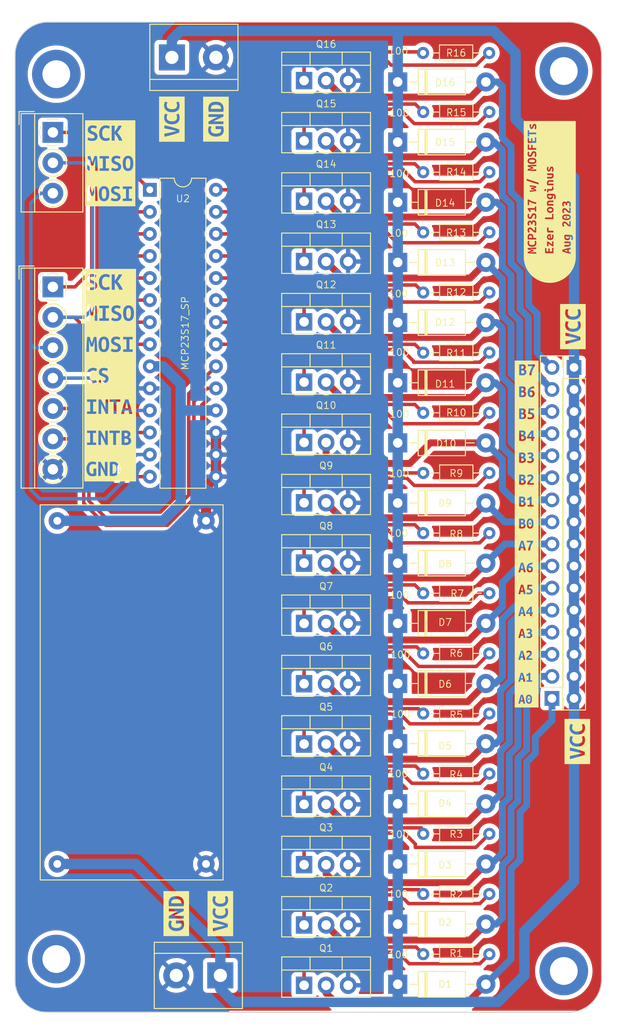
<source format=kicad_pcb>
(kicad_pcb (version 20221018) (generator pcbnew)
  (layers (0 "F.Cu" signal) (31 "B.Cu" signal) (34 "B.Paste" user) (35 "F.Paste" user) (36 "B.SilkS" user "B.Silkscreen") (37 "F.SilkS" user "F.Silkscreen") (38 "B.Mask" user) (39 "F.Mask" user) (44 "Edge.Cuts" user))
  (net 0 "")
  (net 1 "VCC")
  (net 2 "GND")
  (net 3 "SCK")
  (net 4 "MISO")
  (net 5 "MOSI")
  (net 6 "CS0")
  (net 7 "INTA0")
  (net 8 "INTB0")
  (net 9 "+5V")
  (net 10 "Net-(Q1-G)")
  (net 11 "Net-(Q2-G)")
  (net 12 "Net-(Q3-G)")
  (net 13 "Net-(Q4-G)")
  (net 14 "Net-(Q5-G)")
  (net 15 "Net-(Q6-G)")
  (net 16 "Net-(Q7-G)")
  (net 17 "Net-(Q8-G)")
  (net 18 "Net-(Q9-G)")
  (net 19 "Net-(Q10-G)")
  (net 20 "Net-(Q11-G)")
  (net 21 "Net-(Q12-G)")
  (net 22 "Net-(Q13-G)")
  (net 23 "Net-(Q14-G)")
  (net 24 "Net-(Q15-G)")
  (net 25 "Net-(Q16-G)")
  (net 26 "/MOSFETS/IN_A0")
  (net 27 "B7")
  (net 28 "B6")
  (net 29 "B5")
  (net 30 "B4")
  (net 31 "B3")
  (net 32 "B2")
  (net 33 "B1")
  (net 34 "B0")
  (net 35 "A7")
  (net 36 "A6")
  (net 37 "A5")
  (net 38 "A4")
  (net 39 "A3")
  (net 40 "A2")
  (net 41 "A1")
  (net 42 "A0")
  (net 43 "/MOSFETS/IN_A1")
  (net 44 "/MOSFETS/IN_A2")
  (net 45 "/MOSFETS/IN_A3")
  (net 46 "/MOSFETS/IN_A4")
  (net 47 "/MOSFETS/IN_A5")
  (net 48 "/MOSFETS/IN_A6")
  (net 49 "/MOSFETS/IN_A7")
  (net 50 "/MOSFETS/IN_B0")
  (net 51 "/MOSFETS/IN_B1")
  (net 52 "/MOSFETS/IN_B2")
  (net 53 "/MOSFETS/IN_B3")
  (net 54 "/MOSFETS/IN_B4")
  (net 55 "/MOSFETS/IN_B5")
  (net 56 "/MOSFETS/IN_B6")
  (net 57 "/MOSFETS/IN_B7")
  (footprint "Diode_THT:D_DO-41_SOD81_P10.16mm_Horizontal" (layer "F.Cu") (at 173.355 138.368548)
    (fp_text reference "D2")
    (fp_text value "1N4004")
  )
  (footprint "Package_TO_SOT_THT:TO-220-3_Vertical" (layer "F.Cu") (at 162.56 103.758994)
    (fp_text reference "Q7")
    (fp_text value "IPP060N06N")
  )
  (footprint "Package_TO_SOT_THT:TO-220-3_Vertical" (layer "F.Cu") (at 162.56 41.275)
    (fp_text reference "Q16")
    (fp_text value "IPP060N06N")
  )
  (footprint "Resistor_THT:R_Axial_DIN0204_L3.6mm_D1.6mm_P7.62mm_Horizontal" (layer "F.Cu") (at 176.295 86.441938)
    (fp_text reference "R9")
    (fp_text value "100")
  )
  (footprint "TerminalBlock:TerminalBlock_bornier-2_P5.08mm" (layer "F.Cu") (at 152.908 144.272 180)
    (fp_text reference "J3")
    (fp_text value "Screw_Terminal_01x02")
  )
  (footprint "Diode_THT:D_DO-41_SOD81_P10.16mm_Horizontal" (layer "F.Cu") (at 173.355 48.362424)
    (fp_text reference "D15")
    (fp_text value "1N4004")
  )
  (footprint "Resistor_THT:R_Axial_DIN0204_L3.6mm_D1.6mm_P7.62mm_Horizontal" (layer "F.Cu") (at 176.295 114.13613)
    (fp_text reference "R5")
    (fp_text value "100")
  )
  (footprint "Package_TO_SOT_THT:TO-220-3_Vertical" (layer "F.Cu") (at 162.56 138.472324)
    (fp_text reference "Q2")
    (fp_text value "IPP060N06N")
  )
  (footprint "Package_TO_SOT_THT:TO-220-3_Vertical" (layer "F.Cu") (at 162.56 69.045664)
    (fp_text reference "Q12")
    (fp_text value "IPP060N06N")
  )
  (footprint "kibuzzard-64B56AD8" (layer "F.Cu") (at 147.32 45.72 90)
    (fp_text reference "kibuzzard-64B56AD8" hide)
    (fp_text value "G***" hide)
  )
  (footprint "TerminalBlock_4Ucon:TerminalBlock_4Ucon_1x07_P3.50mm_Horizontal" (layer "F.Cu") (at 133.604 65.024 -90)
    (fp_text reference "J7")
    (fp_text value "Screw_Terminal_01x07")
  )
  (footprint "Diode_THT:D_DO-41_SOD81_P10.16mm_Horizontal" (layer "F.Cu") (at 173.355 76.056616)
    (fp_text reference "D11")
    (fp_text value "1N4004")
  )
  (footprint "Resistor_THT:R_Axial_DIN0204_L3.6mm_D1.6mm_P7.62mm_Horizontal" (layer "F.Cu") (at 176.295 141.830322)
    (fp_text reference "R1")
    (fp_text value "100")
  )
  (footprint "TerminalBlock_4Ucon:TerminalBlock_4Ucon_1x03_P3.50mm_Horizontal" (layer "F.Cu") (at 133.604 47.244 -90)
    (fp_text reference "J4")
    (fp_text value "Screw_Terminal_01x03" hide)
  )
  (footprint "Resistor_THT:R_Axial_DIN0204_L3.6mm_D1.6mm_P7.62mm_Horizontal" (layer "F.Cu") (at 176.295 51.824198)
    (fp_text reference "R14")
    (fp_text value "100")
  )
  (footprint "Resistor_THT:R_Axial_DIN0204_L3.6mm_D1.6mm_P7.62mm_Horizontal" (layer "F.Cu") (at 176.295 44.90065)
    (fp_text reference "R15")
    (fp_text value "100")
  )
  (footprint "kibuzzard-64CBF6A4" (layer "F.Cu") (at 140.208 75.184)
    (fp_text reference "kibuzzard-64CBF6A4" hide)
    (fp_text value "G***" hide)
  )
  (footprint "MountingHole:MountingHole_3.2mm_M3_DIN965_Pad" (layer "F.Cu") (at 134 40.5384)
    (fp_text reference "H1")
    (fp_text value "MountingHole" hide)
  )
  (footprint "Resistor_THT:R_Axial_DIN0204_L3.6mm_D1.6mm_P7.62mm_Horizontal" (layer "F.Cu") (at 176.295 93.365486)
    (fp_text reference "R8")
    (fp_text value "100")
  )
  (footprint "kibuzzard-64B56ACB" (layer "F.Cu") (at 147.828 137.16 90)
    (fp_text reference "kibuzzard-64B56ACB" hide)
    (fp_text value "G***" hide)
  )
  (footprint "Resistor_THT:R_Axial_DIN0204_L3.6mm_D1.6mm_P7.62mm_Horizontal" (layer "F.Cu") (at 176.295 65.671294)
    (fp_text reference "R12")
    (fp_text value "100")
  )
  (footprint "kibuzzard-64CBF5CE" (layer "F.Cu") (at 193.548 69.596 90)
    (fp_text reference "kibuzzard-64CBF5CE" hide)
    (fp_text value "G***" hide)
  )
  (footprint "Package_TO_SOT_THT:TO-220-3_Vertical" (layer "F.Cu") (at 162.56 110.70166)
    (fp_text reference "Q6")
    (fp_text value "IPP060N06N")
  )
  (footprint "Resistor_THT:R_Axial_DIN0204_L3.6mm_D1.6mm_P7.62mm_Horizontal" (layer "F.Cu") (at 176.276 38.1)
    (fp_text reference "R16")
    (fp_text value "100")
  )
  (footprint "Resistor_THT:R_Axial_DIN0204_L3.6mm_D1.6mm_P7.62mm_Horizontal" (layer "F.Cu") (at 176.295 100.289034)
    (fp_text reference "R7")
    (fp_text value "100")
  )
  (footprint "Diode_THT:D_DO-41_SOD81_P10.16mm_Horizontal" (layer "F.Cu") (at 173.355 89.903712)
    (fp_text reference "D9")
    (fp_text value "1N4004")
  )
  (footprint "EzerLonginus:LM2596_StepDown_Module" (layer "F.Cu") (at 142.6845 111.6965 90)
    (fp_text reference "U1")
    (fp_text value "LM2596_Module")
  )
  (footprint "Resistor_THT:R_Axial_DIN0204_L3.6mm_D1.6mm_P7.62mm_Horizontal" (layer "F.Cu") (at 176.295 107.212582)
    (fp_text reference "R6")
    (fp_text value "100")
  )
  (footprint "TerminalBlock:TerminalBlock_bornier-2_P5.08mm" (layer "F.Cu") (at 147.32 38.608)
    (fp_text reference "J1")
    (fp_text value "Screw_Terminal_01x02")
  )
  (footprint "Package_TO_SOT_THT:TO-220-3_Vertical" (layer "F.Cu") (at 162.56 55.160332)
    (fp_text reference "Q14")
    (fp_text value "IPP060N06N")
  )
  (footprint "MountingHole:MountingHole_3.2mm_M3_DIN965_Pad" (layer "F.Cu") (at 192.5 40.1828)
    (fp_text reference "H3")
    (fp_text value "MountingHole" hide)
  )
  (footprint "Package_TO_SOT_THT:TO-220-3_Vertical" (layer "F.Cu") (at 162.56 82.930996)
    (fp_text reference "Q10")
    (fp_text value "IPP060N06N")
  )
  (footprint "Package_TO_SOT_THT:TO-220-3_Vertical" (layer "F.Cu") (at 162.56 96.816328)
    (fp_text reference "Q8")
    (fp_text value "IPP060N06N")
  )
  (footprint "Resistor_THT:R_Axial_DIN0204_L3.6mm_D1.6mm_P7.62mm_Horizontal" (layer "F.Cu") (at 176.295 127.983226)
    (fp_text reference "R3")
    (fp_text value "100")
  )
  (footprint "Diode_THT:D_DO-41_SOD81_P10.16mm_Horizontal" (layer "F.Cu") (at 173.355 82.980164)
    (fp_text reference "D10")
    (fp_text value "1N4004")
  )
  (footprint "Diode_THT:D_DO-41_SOD81_P10.16mm_Horizontal" (layer "F.Cu") (at 173.355 62.20952)
    (fp_text reference "D13")
    (fp_text value "1N4004")
  )
  (footprint "Package_TO_SOT_THT:TO-220-3_Vertical" (layer "F.Cu") (at 162.56 75.98833)
    (fp_text reference "Q11")
    (fp_text value "IPP060N06N")
  )
  (footprint "kibuzzard-64CBF66B" (layer "F.Cu") (at 140.208 50.8)
    (fp_text reference "kibuzzard-64CBF66B" hide)
    (fp_text value "G***" hide)
  )
  (footprint "Package_TO_SOT_THT:TO-220-3_Vertical" (layer "F.Cu") (at 162.56 89.873662)
    (fp_text reference "Q9")
    (fp_text value "IPP060N06N")
  )
  (footprint "Package_TO_SOT_THT:TO-220-3_Vertical" (layer "F.Cu") (at 162.56 131.529658)
    (fp_text reference "Q3")
    (fp_text value "IPP060N06N")
  )
  (footprint "Diode_THT:D_DO-41_SOD81_P10.16mm_Horizontal" (layer "F.Cu") (at 173.355 131.445)
    (fp_text reference "D3")
    (fp_text value "1N4004")
  )
  (footprint "Package_TO_SOT_THT:TO-220-3_Vertical" (layer "F.Cu") (at 162.56 145.415)
    (fp_text reference "Q1")
    (fp_text value "IPP060N06N")
  )
  (footprint "Resistor_THT:R_Axial_DIN0204_L3.6mm_D1.6mm_P7.62mm_Horizontal" (layer "F.Cu") (at 176.295 134.906774)
    (fp_text reference "R2")
    (fp_text value "100")
  )
  (footprint "kibuzzard-64CBF5AA" (layer "F.Cu") (at 188.214 93.472)
    (fp_text reference "kibuzzard-64CBF5AA" hide)
    (fp_text value "G***" hide)
  )
  (footprint "Package_TO_SOT_THT:TO-220-3_Vertical" (layer "F.Cu") (at 162.56 62.102998)
    (fp_text reference "Q13")
    (fp_text value "IPP060N06N")
  )
  (footprint "Diode_THT:D_DO-41_SOD81_P10.16mm_Horizontal" (layer "F.Cu") (at 173.355 110.674356)
    (fp_text reference "D6")
    (fp_text value "1N4004")
  )
  (footprint "Diode_THT:D_DO-41_SOD81_P10.16mm_Horizontal" (layer "F.Cu") (at 173.355 117.597904)
    (fp_text reference "D5")
    (fp_text value "1N4004")
  )
  (footprint "Connector_PinHeader_2.54mm:PinHeader_1x16_P2.54mm_Vertical" (layer "F.Cu") (at 191.135 112.395 180)
    (fp_text reference "J5")
    (fp_text value "Conn_01x16_Pin" hide)
  )
  (footprint "Package_DIP:DIP-28_W7.62mm" (layer "F.Cu") (at 144.78 53.848)
    (fp_text reference "U2")
    (fp_text value "MCP23S17_SP")
  )
  (footprint "kibuzzard-64CBF5CE" (layer "F.Cu") (at 194.056 117.348 90)
    (fp_text reference "kibuzzard-64CBF5CE" hide)
    (fp_text value "G***" hide)
  )
  (footprint "Diode_THT:D_DO-41_SOD81_P10.16mm_Horizontal" (layer "F.Cu") (at 173.355 55.285972)
    (fp_text reference "D14")
    (fp_text value "1N4004")
  )
  (footprint "Resistor_THT:R_Axial_DIN0204_L3.6mm_D1.6mm_P7.62mm_Horizontal" (layer "F.Cu") (at 176.295 79.51839)
    (fp_text reference "R10")
    (fp_text value "100")
  )
  (footprint "Resistor_THT:R_Axial_DIN0204_L3.6mm_D1.6mm_P7.62mm_Horizontal" (layer "F.Cu") (at 176.295 121.059678)
    (fp_text reference "R4")
    (fp_text value "100")
  )
  (footprint "Connector_PinHeader_2.54mm:PinHeader_1x16_P2.54mm_Vertical" (layer "F.Cu") (at 193.675 74.295)
    (fp_text reference "J6")
    (fp_text value "Conn_01x16_Pin")
  )
  (footprint "kibuzzard-64CBFA42" (layer "F.Cu") (at 190.881 55.245 90)
    (fp_text reference "kibuzzard-64CBFA42" hide)
    (fp_text value "G***" hide)
  )
  (footprint "kibuzzard-64B56A95" (layer "F.Cu") (at 152.4 45.72 90)
    (fp_text reference "kibuzzard-64B56A95" hide)
    (fp_text value "G***" hide)
  )
  (footprint "kibuzzard-64CBF5CE" (layer "F.Cu") (at 152.908 137.16 90)
    (fp_text reference "kibuzzard-64CBF5CE" hide)
    (fp_text value "G***" hide)
  )
  (footprint "Diode_THT:D_DO-41_SOD81_P10.16mm_Horizontal" (layer "F.Cu") (at 173.355 145.292102)
    (fp_text reference "D1")
    (fp_text value "1N4004")
  )
  (footprint "Package_TO_SOT_THT:TO-220-3_Vertical" (layer "F.Cu") (at 162.56 48.217666)
    (fp_text reference "Q15")
    (fp_text value "IPP060N06N")
  )
  (footprint "Diode_THT:D_DO-41_SOD81_P10.16mm_Horizontal" (layer "F.Cu") (at 173.355 96.82726)
    (fp_text reference "D8")
    (fp_text value "1N4004")
  )
  (footprint "Package_TO_SOT_THT:TO-220-3_Vertical" (layer "F.Cu") (at 162.56 117.644326)
    (fp_text reference "Q5")
    (fp_text value "IPP060N06N")
  )
  (footprint "Diode_THT:D_DO-41_SOD81_P10.16mm_Horizontal" (layer "F.Cu") (at 173.355 41.438876)
    (fp_text reference "D16")
    (fp_text value "1N4004")
  )
  (footprint "MountingHole:MountingHole_3.2mm_M3_DIN965_Pad" (layer "F.Cu") (at 192.5 143.764)
    (fp_text reference "H4")
    (fp_text value "MountingHole")
  )
  (footprint "Diode_THT:D_DO-41_SOD81_P10.16mm_Horizontal" (layer "F.Cu") (at 173.355 69.133068)
    (fp_text reference "D12")
    (fp_text value "1N4004")
  )
  (footprint "Resistor_THT:R_Axial_DIN0204_L3.6mm_D1.6mm_P7.62mm_Horizontal" (layer "F.Cu") (at 176.295 72.594842)
    (fp_text reference "R11")
    (fp_text value "100")
  )
  (footprint "Package_TO_SOT_THT:TO-220-3_Vertical" (layer "F.Cu") (at 162.56 124.586992)
    (fp_text reference "Q4")
    (fp_text value "IPP060N06N")
  )
  (footprint "Resistor_THT:R_Axial_DIN0204_L3.6mm_D1.6mm_P7.62mm_Horizontal" (layer "F.Cu") (at 176.295 58.747746)
    (fp_text reference "R13")
    (fp_text value "100")
  )
  (footprint "Diode_THT:D_DO-41_SOD81_P10.16mm_Horizontal" (layer "F.Cu") (at 173.355 124.521452)
    (fp_text reference "D4")
    (fp_text value "1N4004")
  )
  (footprint "MountingHole:MountingHole_3.2mm_M3_DIN965_Pad" (layer "F.Cu") (at 134 142.3924)
    (fp_text reference "H2")
    (fp_text value "MountingHole")
  )
  (footprint "Diode_THT:D_DO-41_SOD81_P10.16mm_Horizontal" (layer "F.Cu") (at 173.355 103.750808)
    (fp_text reference "D7")
    (fp_text value "1N4004")
  )
  (gr_arc (start 196.85 144.78) (mid 195.718292 147.435974) (end 193.04 148.5138) (stroke (width 0.1)) (layer "Edge.Cuts"))
  (gr_arc (start 193.04 34.544) (mid 195.734073 35.659927) (end 196.85 38.354) (stroke (width 0.1)) (layer "Edge.Cuts"))
  (gr_line (start 193.04 148.5138) (end 133.048554 148.5138) (stroke (width 0.1)) (layer "Edge.Cuts"))
  (gr_line (start 196.85 38.354) (end 196.85 144.78) (stroke (width 0.1)) (layer "Edge.Cuts"))
  (gr_line (start 133.048554 34.544) (end 193.04 34.544) (stroke (width 0.1)) (layer "Edge.Cuts"))
  (gr_arc (start 129.238554 38.354) (mid 130.354481 35.659927) (end 133.048554 34.544) (stroke (width 0.1)) (layer "Edge.Cuts"))
  (gr_arc (start 133.048554 148.5138) (mid 130.412346 147.537573) (end 129.238554 144.9832) (stroke (width 0.1)) (layer "Edge.Cuts"))
  (gr_line (start 129.238554 144.9832) (end 129.238554 38.354) (stroke (width 0.1)) (layer "Edge.Cuts"))
  (gr_text "100" (at 172.339 128.524) (layer "F.SilkS") (effects (font (size 0.8 0.8) (thickness 0.1)) (justify left bottom)))
  (gr_text "100" (at 172.339 73.025) (layer "F.SilkS") (effects (font (size 0.8 0.8) (thickness 0.1)) (justify left bottom)))
  (gr_text "100" (at 172.212 59.309) (layer "F.SilkS") (effects (font (size 0.8 0.8) (thickness 0.1)) (justify left bottom)))
  (gr_text "100" (at 172.212 93.853) (layer "F.SilkS") (effects (font (size 0.8 0.8) (thickness 0.1)) (justify left bottom)))
  (gr_text "100" (at 172.339 100.965) (layer "F.SilkS") (effects (font (size 0.8 0.8) (thickness 0.1)) (justify left bottom)))
  (gr_text "100" (at 172.212 38.354) (layer "F.SilkS") (effects (font (size 0.8 0.8) (thickness 0.1)) (justify left bottom)))
  (gr_text "100" (at 172.339 86.995) (layer "F.SilkS") (effects (font (size 0.8 0.8) (thickness 0.1)) (justify left bottom)))
  (gr_text "100" (at 172.212 142.367) (layer "F.SilkS") (effects (font (size 0.8 0.8) (thickness 0.1)) (justify left bottom)))
  (gr_text "100" (at 172.212 66.294) (layer "F.SilkS") (effects (font (size 0.8 0.8) (thickness 0.1)) (justify left bottom)))
  (gr_text "100" (at 172.339 52.451) (layer "F.SilkS") (effects (font (size 0.8 0.8) (thickness 0.1)) (justify left bottom)))
  (gr_text "100" (at 172.339 45.466) (layer "F.SilkS") (effects (font (size 0.8 0.8) (thickness 0.1)) (justify left bottom)))
  (gr_text "100" (at 172.212 121.539) (layer "F.SilkS") (effects (font (size 0.8 0.8) (thickness 0.1)) (justify left bottom)))
  (gr_text "100" (at 172.212 135.382) (layer "F.SilkS") (effects (font (size 0.8 0.8) (thickness 0.1)) (justify left bottom)))
  (gr_text "100" (at 172.466 114.681) (layer "F.SilkS") (effects (font (size 0.8 0.8) (thickness 0.1)) (justify left bottom)))
  (gr_text "100" (at 172.339 80.137) (layer "F.SilkS") (effects (font (size 0.8 0.8) (thickness 0.1)) (justify left bottom)))
  (gr_text "100" (at 172.466 107.823) (layer "F.SilkS") (effects (font (size 0.8 0.8) (thickness 0.1)) (justify left bottom)))
  (segment (start 193.675 99.695) (end 193.675 102.235) (width 1.2) (layer "B.Cu") (net 1))
  (segment (start 173.355 110.674356) (end 173.355 117.597904) (width 1.2) (layer "B.Cu") (net 1))
  (segment (start 171.327102 147.32) (end 173.228 147.32) (width 1.2) (layer "B.Cu") (net 1))
  (segment (start 152.908 145.796) (end 154.432 147.32) (width 1.2) (layer "B.Cu") (net 1))
  (segment (start 193.675 97.155) (end 193.675 99.695) (width 1.2) (layer "B.Cu") (net 1))
  (segment (start 193.675 112.395) (end 193.675 109.855) (width 1.2) (layer "B.Cu") (net 1))
  (segment (start 147.32 36.576) (end 147.32 38.608) (width 1.2) (layer "B.Cu") (net 1))
  (segment (start 193.675 89.535) (end 193.675 92.075) (width 1.2) (layer "B.Cu") (net 1))
  (segment (start 193.675 76.835) (end 193.675 79.375) (width 1.2) (layer "B.Cu") (net 1))
  (segment (start 173.355 62.20952) (end 173.355 69.133068) (width 1.2) (layer "B.Cu") (net 1))
  (segment (start 193.675 107.315) (end 193.675 104.775) (width 1.2) (layer "B.Cu") (net 1))
  (segment (start 184.404 35.56) (end 186.944 38.1) (width 1.2) (layer "B.Cu") (net 1))
  (segment (start 154.432 147.32) (end 171.327102 147.32) (width 1.2) (layer "B.Cu") (net 1))
  (segment (start 143.129 131.445) (end 152.908 141.224) (width 1.2) (layer "B.Cu") (net 1))
  (segment (start 173.355 76.056616) (end 173.355 82.980164) (width 1.2) (layer "B.Cu") (net 1))
  (segment (start 173.355 147.193) (end 173.228 147.32) (width 1.2) (layer "B.Cu") (net 1))
  (segment (start 193.675 74.295) (end 193.675 76.835) (width 1.2) (layer "B.Cu") (net 1))
  (segment (start 173.355 82.980164) (end 173.355 89.903712) (width 1.2) (layer "B.Cu") (net 1))
  (segment (start 187.96 144.272) (end 187.96 139.192) (width 1.2) (layer "B.Cu") (net 1))
  (segment (start 173.355 103.750808) (end 173.355 110.674356) (width 1.2) (layer "B.Cu") (net 1))
  (segment (start 193.675 109.855) (end 193.675 107.315) (width 1.2) (layer "B.Cu") (net 1))
  (segment (start 193.675 81.915) (end 193.675 84.455) (width 1.2) (layer "B.Cu") (net 1))
  (segment (start 173.228 35.56) (end 184.404 35.56) (width 1.2) (layer "B.Cu") (net 1))
  (segment (start 193.675 84.455) (end 193.675 86.995) (width 1.2) (layer "B.Cu") (net 1))
  (segment (start 193.675 52.451) (end 193.675 74.295) (width 1.2) (layer "B.Cu") (net 1))
  (segment (start 173.355 117.597904) (end 173.355 124.521452) (width 1.2) (layer "B.Cu") (net 1))
  (segment (start 173.228 147.32) (end 184.912 147.32) (width 1.2) (layer "B.Cu") (net 1))
  (segment (start 148.336 35.56) (end 147.32 36.576) (width 1.2) (layer "B.Cu") (net 1))
  (segment (start 173.355 41.438876) (end 173.355 35.687) (width 1.2) (layer "B.Cu") (net 1))
  (segment (start 173.355 35.687) (end 173.228 35.56) (width 1.2) (layer "B.Cu") (net 1))
  (segment (start 187.96 139.192) (end 193.675 133.477) (width 1.2) (layer "B.Cu") (net 1))
  (segment (start 173.355 145.292102) (end 173.355 147.193) (width 1.2) (layer "B.Cu") (net 1))
  (segment (start 152.908 144.272) (end 152.908 145.796) (width 1.2) (layer "B.Cu") (net 1))
  (segment (start 193.675 94.615) (end 193.675 97.155) (width 1.2) (layer "B.Cu") (net 1))
  (segment (start 152.908 141.224) (end 152.908 144.272) (width 1.2) (layer "B.Cu") (net 1))
  (segment (start 186.944 38.1) (end 186.944 45.72) (width 1.2) (layer "B.Cu") (net 1))
  (segment (start 171.704 35.56) (end 173.228 35.56) (width 1.2) (layer "B.Cu") (net 1))
  (segment (start 173.355 48.362424) (end 173.355 55.285972) (width 1.2) (layer "B.Cu") (net 1))
  (segment (start 173.355 89.903712) (end 173.355 96.82726) (width 1.2) (layer "B.Cu") (net 1))
  (segment (start 173.355 138.368548) (end 173.355 131.445) (width 1.2) (layer "B.Cu") (net 1))
  (segment (start 193.675 102.235) (end 193.675 104.775) (width 1.2) (layer "B.Cu") (net 1))
  (segment (start 173.355 41.438876) (end 173.355 48.362424) (width 1.2) (layer "B.Cu") (net 1))
  (segment (start 186.944 45.72) (end 193.675 52.451) (width 1.2) (layer "B.Cu") (net 1))
  (segment (start 173.355 124.521452) (end 173.355 131.445) (width 1.2) (layer "B.Cu") (net 1))
  (segment (start 193.675 92.075) (end 193.675 94.615) (width 1.2) (layer "B.Cu") (net 1))
  (segment (start 193.675 133.477) (end 193.675 112.395) (width 1.2) (layer "B.Cu") (net 1))
  (segment (start 193.675 79.375) (end 193.675 81.915) (width 1.2) (layer "B.Cu") (net 1))
  (segment (start 173.355 138.368548) (end 173.355 145.292102) (width 1.2) (layer "B.Cu") (net 1))
  (segment (start 173.355 69.133068) (end 173.355 76.056616) (width 1.2) (layer "B.Cu") (net 1))
  (segment (start 173.355 96.82726) (end 173.355 103.750808) (width 1.2) (layer "B.Cu") (net 1))
  (segment (start 173.355 55.285972) (end 173.355 62.20952) (width 1.2) (layer "B.Cu") (net 1))
  (segment (start 193.675 86.995) (end 193.675 89.535) (width 1.2) (layer "B.Cu") (net 1))
  (segment (start 171.704 35.56) (end 148.336 35.56) (width 1.2) (layer "B.Cu") (net 1))
  (segment (start 134.112 131.445) (end 143.129 131.445) (width 1.2) (layer "B.Cu") (net 1))
  (segment (start 184.912 147.32) (end 187.96 144.272) (width 1.2) (layer "B.Cu") (net 1))
  (segment (start 152.4 84.328) (end 152.4 86.868) (width 1.2) (layer "F.Cu") (net 2))
  (segment (start 151.257 88.011) (end 152.4 86.868) (width 1.2) (layer "F.Cu") (net 2))
  (segment (start 152.4 81.788) (end 152.4 84.328) (width 1.2) (layer "F.Cu") (net 2))
  (segment (start 151.257 91.948) (end 151.257 88.011) (width 1.2) (layer "F.Cu") (net 2))
  (segment (start 136.652 47.244) (end 138.084 48.676) (width 0.4) (layer "F.Cu") (net 3))
  (segment (start 136.144 65.024) (end 133.604 65.024) (width 0.4) (layer "F.Cu") (net 3))
  (segment (start 138.084 48.676) (end 138.084 63.084) (width 0.4) (layer "F.Cu") (net 3))
  (segment (start 138.96 80.032) (end 140.716 81.788) (width 0.4) (layer "F.Cu") (net 3))
  (segment (start 138.084 63.084) (end 136.144 65.024) (width 0.4) (layer "F.Cu") (net 3))
  (segment (start 138.084 71.536) (end 138.96 72.412) (width 0.4) (layer "F.Cu") (net 3))
  (segment (start 138.96 72.412) (end 138.96 80.032) (width 0.4) (layer "F.Cu") (net 3))
  (segment (start 138.084 63.084) (end 138.084 71.536) (width 0.4) (layer "F.Cu") (net 3))
  (segment (start 133.604 47.244) (end 136.652 47.244) (width 0.4) (layer "F.Cu") (net 3))
  (segment (start 140.716 81.788) (end 144.78 81.788) (width 0.4) (layer "F.Cu") (net 3))
  (segment (start 136.652 69.088) (end 136.088 68.524) (width 0.4) (layer "F.Cu") (net 4))
  (segment (start 136.088 68.524) (end 133.604 68.524) (width 0.4) (layer "F.Cu") (net 4))
  (segment (start 136.652 71.12) (end 136.652 69.088) (width 0.4) (layer "F.Cu") (net 4))
  (segment (start 138.36 84.328) (end 138.36 72.828) (width 0.4) (layer "F.Cu") (net 4))
  (segment (start 140.9 86.868) (end 138.36 84.328) (width 0.4) (layer "F.Cu") (net 4))
  (segment (start 138.36 72.828) (end 136.652 71.12) (width 0.4) (layer "F.Cu") (net 4))
  (segment (start 144.78 86.868) (end 140.9 86.868) (width 0.4) (layer "F.Cu") (net 4))
  (segment (start 137.216 68.524) (end 138.176 67.564) (width 0.4) (layer "B.Cu") (net 4))
  (segment (start 138.176 67.564) (end 138.176 51.816) (width 0.4) (layer "B.Cu") (net 4))
  (segment (start 138.176 51.816) (end 137.104 50.744) (width 0.4) (layer "B.Cu") (net 4))
  (segment (start 133.604 68.524) (end 137.216 68.524) (width 0.4) (layer "B.Cu") (net 4))
  (segment (start 137.104 50.744) (end 133.604 50.744) (width 0.4) (layer "B.Cu") (net 4))
  (segment (start 131.064 71.628) (end 131.064 88.392) (width 0.4) (layer "B.Cu") (net 5))
  (segment (start 141.732 85.852) (end 143.256 84.328) (width 0.4) (layer "B.Cu") (net 5))
  (segment (start 143.256 84.328) (end 144.78 84.328) (width 0.4) (layer "B.Cu") (net 5))
  (segment (start 139.7 89.408) (end 141.732 87.376) (width 0.4) (layer "B.Cu") (net 5))
  (segment (start 131.46 72.024) (end 133.604 72.024) (width 0.4) (layer "B.Cu") (net 5))
  (segment (start 131.064 55.372) (end 131.064 71.628) (width 0.4) (layer "B.Cu") (net 5))
  (segment (start 132.192 54.244) (end 131.064 55.372) (width 0.4) (layer "B.Cu") (net 5))
  (segment (start 133.604 54.244) (end 132.192 54.244) (width 0.4) (layer "B.Cu") (net 5))
  (segment (start 141.732 87.376) (end 141.732 85.852) (width 0.4) (layer "B.Cu") (net 5))
  (segment (start 131.064 88.392) (end 132.08 89.408) (width 0.4) (layer "B.Cu") (net 5))
  (segment (start 131.064 71.628) (end 131.46 72.024) (width 0.4) (layer "B.Cu") (net 5))
  (segment (start 132.08 89.408) (end 139.7 89.408) (width 0.4) (layer "B.Cu") (net 5))
  (segment (start 141.732 79.248) (end 144.78 79.248) (width 0.4) (layer "B.Cu") (net 6))
  (segment (start 133.604 75.524) (end 138.008 75.524) (width 0.4) (layer "B.Cu") (net 6))
  (segment (start 138.008 75.524) (end 141.732 79.248) (width 0.4) (layer "B.Cu") (net 6))
  (segment (start 136.428 79.024) (end 133.604 79.024) (width 0.4) (layer "F.Cu") (net 7))
  (segment (start 149.26 88.992) (end 146.396 91.856) (width 0.4) (layer "F.Cu") (net 7))
  (segment (start 152.4 74.168) (end 149.26 77.308) (width 0.4) (layer "F.Cu") (net 7))
  (segment (start 139.948528 91.856) (end 137.76 89.667472) (width 0.4) (layer "F.Cu") (net 7))
  (segment (start 137.76 80.356) (end 136.428 79.024) (width 0.4) (layer "F.Cu") (net 7))
  (segment (start 149.26 77.308) (end 149.26 88.992) (width 0.4) (layer "F.Cu") (net 7))
  (segment (start 137.76 89.667472) (end 137.76 80.356) (width 0.4) (layer "F.Cu") (net 7))
  (segment (start 146.396 91.856) (end 139.948528 91.856) (width 0.4) (layer "F.Cu") (net 7))
  (segment (start 149.86 89.408) (end 149.86 78.232) (width 0.4) (layer "F.Cu") (net 8))
  (segment (start 137.16 89.916) (end 139.7 92.456) (width 0.4) (layer "F.Cu") (net 8))
  (segment (start 139.7 92.456) (end 146.812 92.456) (width 0.4) (layer "F.Cu") (net 8))
  (segment (start 133.604 82.524) (end 135.356 82.524) (width 0.4) (layer "F.Cu") (net 8))
  (segment (start 151.384 76.708) (end 152.4 76.708) (width 0.4) (layer "F.Cu") (net 8))
  (segment (start 135.356 82.524) (end 137.16 84.328) (width 0.4) (layer "F.Cu") (net 8))
  (segment (start 149.86 78.232) (end 151.384 76.708) (width 0.4) (layer "F.Cu") (net 8))
  (segment (start 137.16 84.328) (end 137.16 89.916) (width 0.4) (layer "F.Cu") (net 8))
  (segment (start 146.812 92.456) (end 149.86 89.408) (width 0.4) (layer "F.Cu") (net 8))
  (segment (start 148.336 76.2) (end 146.304 74.168) (width 1.2) (layer "B.Cu") (net 9))
  (segment (start 146.304 91.948) (end 148.336 89.916) (width 1.2) (layer "B.Cu") (net 9))
  (segment (start 134.112 91.948) (end 146.304 91.948) (width 1.2) (layer "B.Cu") (net 9))
  (segment (start 146.304 74.168) (end 144.78 74.168) (width 1.2) (layer "B.Cu") (net 9))
  (segment (start 152.4 79.248) (end 148.336 79.248) (width 1.2) (layer "B.Cu") (net 9))
  (segment (start 148.336 79.248) (end 148.336 76.2) (width 1.2) (layer "B.Cu") (net 9))
  (segment (start 148.336 89.916) (end 148.336 79.248) (width 1.2) (layer "B.Cu") (net 9))
  (segment (start 183.915 141.830322) (end 182.815 142.930322) (width 0.4) (layer "F.Cu") (net 10))
  (segment (start 163.827 141.608) (end 162.56 142.875) (width 0.4) (layer "F.Cu") (net 10))
  (segment (start 162.56 142.875) (end 162.56 145.415) (width 0.4) (layer "F.Cu") (net 10))
  (segment (start 173.355 141.608) (end 163.827 141.608) (width 0.4) (layer "F.Cu") (net 10))
  (segment (start 174.677322 142.930322) (end 173.355 141.608) (width 0.4) (layer "F.Cu") (net 10))
  (segment (start 182.815 142.930322) (end 174.677322 142.930322) (width 0.4) (layer "F.Cu") (net 10))
  (segment (start 162.56 136.652) (end 162.56 138.472324) (width 0.4) (layer "F.Cu") (net 11))
  (segment (start 173.612 135.004) (end 164.208 135.004) (width 0.4) (layer "F.Cu") (net 11))
  (segment (start 183.915 134.906774) (end 182.815 136.006774) (width 0.4) (layer "F.Cu") (net 11))
  (segment (start 182.815 136.006774) (end 174.614774 136.006774) (width 0.4) (layer "F.Cu") (net 11))
  (segment (start 164.208 135.004) (end 162.56 136.652) (width 0.4) (layer "F.Cu") (net 11))
  (segment (start 174.614774 136.006774) (end 173.612 135.004) (width 0.4) (layer "F.Cu") (net 11))
  (segment (start 164.208 127.892) (end 162.56 129.54) (width 0.4) (layer "F.Cu") (net 12))
  (segment (start 175.384 129.156) (end 174.12 127.892) (width 0.4) (layer "F.Cu") (net 12))
  (segment (start 162.56 129.54) (end 162.56 131.529658) (width 0.4) (layer "F.Cu") (net 12))
  (segment (start 175.384 129.54) (end 175.384 129.156) (width 0.4) (layer "F.Cu") (net 12))
  (segment (start 183.915 127.983226) (end 182.358226 129.54) (width 0.4) (layer "F.Cu") (net 12))
  (segment (start 182.358226 129.54) (end 175.384 129.54) (width 0.4) (layer "F.Cu") (net 12))
  (segment (start 174.12 127.892) (end 164.208 127.892) (width 0.4) (layer "F.Cu") (net 12))
  (segment (start 162.56 121.412) (end 162.56 124.586992) (width 0.4) (layer "F.Cu") (net 13))
  (segment (start 163.192 120.78) (end 162.56 121.412) (width 0.4) (layer "F.Cu") (net 13))
  (segment (start 182.815 122.159678) (end 174.991678 122.159678) (width 0.4) (layer "F.Cu") (net 13))
  (segment (start 174.991678 122.159678) (end 173.612 120.78) (width 0.4) (layer "F.Cu") (net 13))
  (segment (start 173.612 120.78) (end 163.192 120.78) (width 0.4) (layer "F.Cu") (net 13))
  (segment (start 183.915 121.059678) (end 182.815 122.159678) (width 0.4) (layer "F.Cu") (net 13))
  (segment (start 182.73513 115.316) (end 174.752 115.316) (width 0.4) (layer "F.Cu") (net 14))
  (segment (start 183.915 114.13613) (end 182.73513 115.316) (width 0.4) (layer "F.Cu") (net 14))
  (segment (start 174.752 115.316) (end 173.612 114.176) (width 0.4) (layer "F.Cu") (net 14))
  (segment (start 173.612 114.176) (end 163.7 114.176) (width 0.4) (layer "F.Cu") (net 14))
  (segment (start 163.7 114.176) (end 162.56 115.316) (width 0.4) (layer "F.Cu") (net 14))
  (segment (start 162.56 115.316) (end 162.56 117.644326) (width 0.4) (layer "F.Cu") (net 14))
  (segment (start 162.56 108.204) (end 162.56 110.70166) (width 0.4) (layer "F.Cu") (net 15))
  (segment (start 183.915 107.212582) (end 182.415582 108.712) (width 0.4) (layer "F.Cu") (net 15))
  (segment (start 175.768 108.712) (end 174.12 107.064) (width 0.4) (layer "F.Cu") (net 15))
  (segment (start 163.7 107.064) (end 162.56 108.204) (width 0.4) (layer "F.Cu") (net 15))
  (segment (start 182.415582 108.712) (end 175.768 108.712) (width 0.4) (layer "F.Cu") (net 15))
  (segment (start 174.12 107.064) (end 163.7 107.064) (width 0.4) (layer "F.Cu") (net 15))
  (segment (start 162.56 101.6) (end 164.23274 99.92726) (width 0.4) (layer "F.Cu") (net 16))
  (segment (start 173.07926 99.92726) (end 174.541034 101.389034) (width 0.4) (layer "F.Cu") (net 16))
  (segment (start 181.566966 101.389034) (end 182.666966 100.289034) (width 0.4) (layer "F.Cu") (net 16))
  (segment (start 182.666966 100.289034) (end 183.915 100.289034) (width 0.4) (layer "F.Cu") (net 16))
  (segment (start 164.23274 99.92726) (end 173.07926 99.92726) (width 0.4) (layer "F.Cu") (net 16))
  (segment (start 174.541034 101.389034) (end 181.566966 101.389034) (width 0.4) (layer "F.Cu") (net 16))
  (segment (start 162.56 103.758994) (end 162.56 101.6) (width 0.4) (layer "F.Cu") (net 16))
  (segment (start 172.251712 93.003712) (end 164.044288 93.003712) (width 0.4) (layer "F.Cu") (net 17))
  (segment (start 164.044288 93.003712) (end 162.56 94.488) (width 0.4) (layer "F.Cu") (net 17))
  (segment (start 173.696288 94.448288) (end 172.251712 93.003712) (width 0.4) (layer "F.Cu") (net 17))
  (segment (start 182.792486 94.488) (end 173.696288 94.488) (width 0.4) (layer "F.Cu") (net 17))
  (segment (start 162.56 94.488) (end 162.56 96.816328) (width 0.4) (layer "F.Cu") (net 17))
  (segment (start 173.696288 94.488) (end 173.696288 94.448288) (width 0.4) (layer "F.Cu") (net 17))
  (segment (start 183.915 93.365486) (end 182.792486 94.488) (width 0.4) (layer "F.Cu") (net 17))
  (segment (start 162.56 89.873662) (end 162.56 87.884) (width 0.4) (layer "F.Cu") (net 18))
  (segment (start 162.56 87.884) (end 163.402062 87.041938) (width 0.4) (layer "F.Cu") (net 18))
  (segment (start 174.417938 87.041938) (end 175.26 87.884) (width 0.4) (layer "F.Cu") (net 18))
  (segment (start 163.402062 87.041938) (end 174.417938 87.041938) (width 0.4) (layer "F.Cu") (net 18))
  (segment (start 175.26 87.884) (end 182.472938 87.884) (width 0.4) (layer "F.Cu") (net 18))
  (segment (start 182.472938 87.884) (end 183.915 86.441938) (width 0.4) (layer "F.Cu") (net 18))
  (segment (start 173.319384 80.772) (end 171.795384 79.248) (width 0.4) (layer "F.Cu") (net 19))
  (segment (start 183.915 79.51839) (end 182.66139 80.772) (width 0.4) (layer "F.Cu") (net 19))
  (segment (start 171.795384 79.248) (end 164.084 79.248) (width 0.4) (layer "F.Cu") (net 19))
  (segment (start 182.66139 80.772) (end 173.319384 80.772) (width 0.4) (layer "F.Cu") (net 19))
  (segment (start 162.56 80.772) (end 162.56 82.930996) (width 0.4) (layer "F.Cu") (net 19))
  (segment (start 164.084 79.248) (end 162.56 80.772) (width 0.4) (layer "F.Cu") (net 19))
  (segment (start 182.815 73.694842) (end 175.197774 73.694842) (width 0.4) (layer "F.Cu") (net 20))
  (segment (start 183.915 72.594842) (end 182.815 73.694842) (width 0.4) (layer "F.Cu") (net 20))
  (segment (start 173.833068 72.233068) (end 164.592 72.233068) (width 0.4) (layer "F.Cu") (net 20))
  (segment (start 175.197774 73.597774) (end 173.833068 72.233068) (width 0.4) (layer "F.Cu") (net 20))
  (segment (start 175.197774 73.694842) (end 175.197774 73.597774) (width 0.4) (layer "F.Cu") (net 20))
  (segment (start 162.56 75.98833) (end 162.56 74.265068) (width 0.4) (layer "F.Cu") (net 20))
  (segment (start 162.56 74.265068) (end 164.592 72.233068) (width 0.4) (layer "F.Cu") (net 20))
  (segment (start 164.208 65.408) (end 162.56 67.056) (width 0.4) (layer "F.Cu") (net 21))
  (segment (start 183.915 65.671294) (end 182.815 66.771294) (width 0.4) (layer "F.Cu") (net 21))
  (segment (start 182.815 66.771294) (end 173.959294 66.771294) (width 0.4) (layer "F.Cu") (net 21))
  (segment (start 172.596 65.408) (end 164.208 65.408) (width 0.4) (layer "F.Cu") (net 21))
  (segment (start 162.56 67.056) (end 162.56 69.045664) (width 0.4) (layer "F.Cu") (net 21))
  (segment (start 173.959294 66.771294) (end 172.596 65.408) (width 0.4) (layer "F.Cu") (net 21))
  (segment (start 182.718746 59.944) (end 173.262028 59.944) (width 0.4) (layer "F.Cu") (net 22))
  (segment (start 171.738028 58.42) (end 164.084 58.42) (width 0.4) (layer "F.Cu") (net 22))
  (segment (start 164.084 58.42) (end 162.56 59.944) (width 0.4) (layer "F.Cu") (net 22))
  (segment (start 183.915 58.747746) (end 182.718746 59.944) (width 0.4) (layer "F.Cu") (net 22))
  (segment (start 173.262028 59.944) (end 171.738028 58.42) (width 0.4) (layer "F.Cu") (net 22))
  (segment (start 162.56 59.944) (end 162.56 62.102998) (width 0.4) (layer "F.Cu") (net 22))
  (segment (start 163.929576 51.462424) (end 162.56 52.832) (width 0.4) (layer "F.Cu") (net 23))
  (segment (start 173.890424 51.462424) (end 163.929576 51.462424) (width 0.4) (layer "F.Cu") (net 23))
  (segment (start 183.915 51.824198) (end 182.815 52.924198) (width 0.4) (layer "F.Cu") (net 23))
  (segment (start 175.352198 52.924198) (end 173.890424 51.462424) (width 0.4) (layer "F.Cu") (net 23))
  (segment (start 182.815 52.924198) (end 175.352198 52.924198) (width 0.4) (layer "F.Cu") (net 23))
  (segment (start 162.56 52.832) (end 162.56 55.160332) (width 0.4) (layer "F.Cu") (net 23))
  (segment (start 173.612 44.58) (end 163.7 44.58) (width 0.4) (layer "F.Cu") (net 24))
  (segment (start 162.56 45.72) (end 162.56 48.217666) (width 0.4) (layer "F.Cu") (net 24))
  (segment (start 182.58765 46.228) (end 175.26 46.228) (width 0.4) (layer "F.Cu") (net 24))
  (segment (start 183.915 44.90065) (end 182.58765 46.228) (width 0.4) (layer "F.Cu") (net 24))
  (segment (start 175.26 46.228) (end 173.612 44.58) (width 0.4) (layer "F.Cu") (net 24))
  (segment (start 163.7 44.58) (end 162.56 45.72) (width 0.4) (layer "F.Cu") (net 24))
  (segment (start 162.56 41.275) (end 162.56 39.624) (width 0.4) (layer "F.Cu") (net 25))
  (segment (start 171.673102 38.577102) (end 172.593 39.497) (width 0.4) (layer "F.Cu") (net 25))
  (segment (start 163.606898 38.577102) (end 171.673102 38.577102) (width 0.4) (layer "F.Cu") (net 25))
  (segment (start 182.395102 39.497) (end 183.915 37.977102) (width 0.4) (layer "F.Cu") (net 25))
  (segment (start 172.593 39.497) (end 182.395102 39.497) (width 0.4) (layer "F.Cu") (net 25))
  (segment (start 162.56 39.624) (end 163.606898 38.577102) (width 0.4) (layer "F.Cu") (net 25))
  (segment (start 159.328 126.773056) (end 159.928 127.373056) (width 0.4) (layer "F.Cu") (net 26))
  (segment (start 157.528 106.728) (end 158.128 107.328) (width 0.4) (layer "F.Cu") (net 26))
  (segment (start 159.928 133.636528) (end 160.465736 134.174264) (width 0.4) (layer "F.Cu") (net 26))
  (segment (start 175.472678 141.008) (end 161.544 141.008) (width 0.4) (layer "F.Cu") (net 26))
  (segment (start 156.928 93.941584) (end 156.928 100.54) (width 0.4) (layer "F.Cu") (net 26))
  (segment (start 152.4 71.628) (end 153.924 71.628) (width 0.4) (layer "F.Cu") (net 26))
  (segment (start 155.728 81.057584) (end 155.728 87.148) (width 0.4) (layer "F.Cu") (net 26))
  (segment (start 158.728 119.909584) (end 159.328 120.509584) (width 0.4) (layer "F.Cu") (net 26))
  (segment (start 158.728 114.154112) (end 158.728 119.909584) (width 0.4) (layer "F.Cu") (net 26))
  (segment (start 155.728 87.148) (end 156.328 87.748) (width 0.4) (layer "F.Cu") (net 26))
  (segment (start 154.432 73.33064) (end 155.128 74.02664) (width 0.4) (layer "F.Cu") (net 26))
  (segment (start 158.128 107.328) (end 158.128 113.554112) (width 0.4) (layer "F.Cu") (net 26))
  (segment (start 157.528 101.14) (end 157.528 106.728) (width 0.4) (layer "F.Cu") (net 26))
  (segment (start 159.928 127.373056) (end 159.928 133.636528) (width 0.4) (layer "F.Cu") (net 26))
  (segment (start 160.465736 139.929736) (end 161.544 141.008) (width 0.4) (layer "F.Cu") (net 26))
  (segment (start 155.128 74.02664) (end 155.128 80.457584) (width 0.4) (layer "F.Cu") (net 26))
  (segment (start 159.328 120.509584) (end 159.328 126.773056) (width 0.4) (layer "F.Cu") (net 26))
  (segment (start 156.328 93.341584) (end 156.928 93.941584) (width 0.4) (layer "F.Cu") (net 26))
  (segment (start 156.928 100.54) (end 157.528 101.14) (width 0.4) (layer "F.Cu") (net 26))
  (segment (start 155.128 80.457584) (end 155.728 81.057584) (width 0.4) (layer "F.Cu") (net 26))
  (segment (start 153.924 71.628) (end 154.432 72.136) (width 0.4) (layer "F.Cu") (net 26))
  (segment (start 154.432 72.136) (end 154.432 73.33064) (width 0.4) (layer "F.Cu") (net 26))
  (segment (start 158.128 113.554112) (end 158.728 114.154112) (width 0.4) (layer "F.Cu") (net 26))
  (segment (start 160.465736 134.174264) (end 160.465736 139.929736) (width 0.4) (layer "F.Cu") (net 26))
  (segment (start 176.295 141.830322) (end 175.472678 141.008) (width 0.4) (layer "F.Cu") (net 26))
  (segment (start 156.328 87.748) (end 156.328 93.341584) (width 0.4) (layer "F.Cu") (net 26))
  (segment (start 167.005 43.18) (end 181.773876 43.18) (width 0.8) (layer "F.Cu") (net 27))
  (segment (start 181.773876 43.18) (end 183.515 41.438876) (width 0.8) (layer "F.Cu") (net 27))
  (segment (start 165.1 41.275) (end 167.005 43.18) (width 0.8) (layer "F.Cu") (net 27))
  (segment (start 189.420001 72.580001) (end 189.420002 68.111214) (width 0.8) (layer "B.Cu") (net 27))
  (segment (start 185.42 41.946876) (end 184.912 41.438876) (width 0.8) (layer "B.Cu") (net 27))
  (segment (start 187.452 55.124544) (end 186.42 54.092544) (width 0.8) (layer "B.Cu") (net 27))
  (segment (start 183.515 41.438876) (end 184.912 41.438876) (width 0.8) (layer "B.Cu") (net 27))
  (segment (start 186.42 54.092544) (end 186.420001 48.861787) (width 0.8) (layer "B.Cu") (net 27))
  (segment (start 185.42 47.861786) (end 185.42 41.946876) (width 0.8) (layer "B.Cu") (net 27))
  (segment (start 186.420001 48.861787) (end 185.42 47.861786) (width 0.8) (layer "B.Cu") (net 27))
  (segment (start 191.135 74.295) (end 189.420001 72.580001) (width 0.8) (layer "B.Cu") (net 27))
  (segment (start 188.452001 62.903879) (end 187.452 61.903878) (width 0.8) (layer "B.Cu") (net 27))
  (segment (start 188.452 67.143212) (end 188.452001 62.903879) (width 0.8) (layer "B.Cu") (net 27))
  (segment (start 189.420002 68.111214) (end 188.452 67.143212) (width 0.8) (layer "B.Cu") (net 27))
  (segment (start 187.452 61.903878) (end 187.452 55.124544) (width 0.8) (layer "B.Cu") (net 27))
  (segment (start 166.897258 50.062424) (end 181.815 50.062424) (width 0.8) (layer "F.Cu") (net 28))
  (segment (start 165.1 48.217666) (end 165.1 48.265166) (width 0.8) (layer "F.Cu") (net 28))
  (segment (start 181.815 50.062424) (end 183.515 48.362424) (width 0.8) (layer "F.Cu") (net 28))
  (segment (start 165.1 48.265166) (end 166.897258 50.062424) (width 0.8) (layer "F.Cu") (net 28))
  (segment (start 186.42 62.286092) (end 186.420001 55.506759) (width 0.8) (layer "B.Cu") (net 28))
  (segment (start 186.420001 55.506759) (end 185.42 54.506758) (width 0.8) (layer "B.Cu") (net 28))
  (segment (start 188.420002 68.525428) (end 187.452 67.557426) (width 0.8) (layer "B.Cu") (net 28))
  (segment (start 185.42 49.276) (end 184.506424 48.362424) (width 0.8) (layer "B.Cu") (net 28))
  (segment (start 187.452 63.318092) (end 186.42 62.286092) (width 0.8) (layer "B.Cu") (net 28))
  (segment (start 187.452 67.557426) (end 187.452 63.318092) (width 0.8) (layer "B.Cu") (net 28))
  (segment (start 191.135 76.835) (end 188.420001 74.120001) (width 0.8) (layer "B.Cu") (net 28))
  (segment (start 188.420001 74.120001) (end 188.420002 68.525428) (width 0.8) (layer "B.Cu") (net 28))
  (segment (start 185.42 54.506758) (end 185.42 49.276) (width 0.8) (layer "B.Cu") (net 28))
  (segment (start 184.506424 48.362424) (end 183.515 48.362424) (width 0.8) (layer "B.Cu") (net 28))
  (segment (start 181.815 56.985972) (end 183.515 55.285972) (width 0.8) (layer "F.Cu") (net 29))
  (segment (start 166.92564 56.985972) (end 181.815 56.985972) (width 0.8) (layer "F.Cu") (net 29))
  (segment (start 165.1 55.160332) (end 166.92564 56.985972) (width 0.8) (layer "F.Cu") (net 29))
  (segment (start 187.420001 68.939641) (end 186.42 67.93964) (width 0.8) (layer "B.Cu") (net 29))
  (segment (start 188.420001 78.74) (end 188.420002 75.59236) (width 0.8) (layer "B.Cu") (net 29))
  (segment (start 186.42 67.93964) (end 186.42 63.700306) (width 0.8) (layer "B.Cu") (net 29))
  (segment (start 188.420002 75.59236) (end 187.42 74.592358) (width 0.8) (layer "B.Cu") (net 29))
  (segment (start 185.42 62.700306) (end 185.42 55.920972) (width 0.8) (layer "B.Cu") (net 29))
  (segment (start 187.42 74.592358) (end 187.420002 74.592356) (width 0.8) (layer "B.Cu") (net 29))
  (segment (start 191.135 79.375) (end 189.055001 79.375) (width 0.8) (layer "B.Cu") (net 29))
  (segment (start 185.42 55.920972) (end 184.785 55.285972) (width 0.8) (layer "B.Cu") (net 29))
  (segment (start 189.055001 79.375) (end 188.420001 78.74) (width 0.8) (layer "B.Cu") (net 29))
  (segment (start 186.42 63.700306) (end 185.42 62.700306) (width 0.8) (layer "B.Cu") (net 29))
  (segment (start 187.420002 74.592356) (end 187.420001 68.939641) (width 0.8) (layer "B.Cu") (net 29))
  (segment (start 183.515 55.285972) (end 184.785 55.285972) (width 0.8) (layer "B.Cu") (net 29))
  (segment (start 167.005002 64.008) (end 181.71652 64.008) (width 0.8) (layer "F.Cu") (net 30))
  (segment (start 181.71652 64.008) (end 183.515 62.20952) (width 0.8) (layer "F.Cu") (net 30))
  (segment (start 165.1 62.102998) (end 167.005002 64.008) (width 0.8) (layer "F.Cu") (net 30))
  (segment (start 188.055 81.915) (end 187.420001 81.280001) (width 0.8) (layer "B.Cu") (net 30))
  (segment (start 186.42 75.006572) (end 186.420001 69.353855) (width 0.8) (layer "B.Cu") (net 30))
  (segment (start 186.420001 69.353855) (end 185.42 68.353854) (width 0.8) (layer "B.Cu") (net 30))
  (segment (start 185.42 64.11452) (end 183.515 62.20952) (width 0.8) (layer "B.Cu") (net 30))
  (segment (start 185.42 68.353854) (end 185.42 64.11452) (width 0.8) (layer "B.Cu") (net 30))
  (segment (start 187.420001 76.006573) (end 186.42 75.006572) (width 0.8) (layer "B.Cu") (net 30))
  (segment (start 187.420001 81.280001) (end 187.420001 76.006573) (width 0.8) (layer "B.Cu") (net 30))
  (segment (start 191.135 81.915) (end 188.055 81.915) (width 0.8) (layer "B.Cu") (net 30))
  (segment (start 181.815 70.833068) (end 183.515 69.133068) (width 0.8) (layer "F.Cu") (net 31))
  (segment (start 166.887404 70.833068) (end 181.815 70.833068) (width 0.8) (layer "F.Cu") (net 31))
  (segment (start 165.1 69.045664) (end 166.887404 70.833068) (width 0.8) (layer "F.Cu") (net 31))
  (segment (start 186.420001 76.420787) (end 185.42 75.420786) (width 0.8) (layer "B.Cu") (net 31))
  (segment (start 186.42 82.915) (end 186.420001 76.420787) (width 0.8) (layer "B.Cu") (net 31))
  (segment (start 187.96 84.455) (end 186.42 82.915) (width 0.8) (layer "B.Cu") (net 31))
  (segment (start 183.515 69.133068) (end 184.785 69.133068) (width 0.8) (layer "B.Cu") (net 31))
  (segment (start 191.135 84.455) (end 187.96 84.455) (width 0.8) (layer "B.Cu") (net 31))
  (segment (start 185.42 75.420786) (end 185.42 69.768068) (width 0.8) (layer "B.Cu") (net 31))
  (segment (start 185.42 69.768068) (end 184.785 69.133068) (width 0.8) (layer "B.Cu") (net 31))
  (segment (start 165.1 75.98833) (end 166.868286 77.756616) (width 0.8) (layer "F.Cu") (net 32))
  (segment (start 181.815 77.756616) (end 183.515 76.056616) (width 0.8) (layer "F.Cu") (net 32))
  (segment (start 166.868286 77.756616) (end 181.815 77.756616) (width 0.8) (layer "F.Cu") (net 32))
  (segment (start 185.42 76.835) (end 185.42 83.47095) (width 0.8) (layer "B.Cu") (net 32))
  (segment (start 186.42 86.36) (end 187.055 86.995) (width 0.8) (layer "B.Cu") (net 32))
  (segment (start 183.515 76.056616) (end 184.641616 76.056616) (width 0.8) (layer "B.Cu") (net 32))
  (segment (start 187.055 86.995) (end 191.135 86.995) (width 0.8) (layer "B.Cu") (net 32))
  (segment (start 186.42 84.47095) (end 186.42 86.36) (width 0.8) (layer "B.Cu") (net 32))
  (segment (start 184.641616 76.056616) (end 185.42 76.835) (width 0.8) (layer "B.Cu") (net 32))
  (segment (start 185.42 83.47095) (end 186.42 84.47095) (width 0.8) (layer "B.Cu") (net 32))
  (segment (start 177.115836 82.980164) (end 174.752 85.344) (width 0.8) (layer "F.Cu") (net 33))
  (segment (start 183.515 82.980164) (end 177.115836 82.980164) (width 0.8) (layer "F.Cu") (net 33))
  (segment (start 165.1 84.836) (end 165.1 82.930996) (width 0.8) (layer "F.Cu") (net 33))
  (segment (start 165.608 85.344) (end 165.1 84.836) (width 0.8) (layer "F.Cu") (net 33))
  (segment (start 174.752 85.344) (end 165.608 85.344) (width 0.8) (layer "F.Cu") (net 33))
  (segment (start 186.69 89.535) (end 185.42 88.265) (width 0.8) (layer "B.Cu") (net 33))
  (segment (start 191.135 89.535) (end 186.69 89.535) (width 0.8) (layer "B.Cu") (net 33))
  (segment (start 185.42 88.265) (end 185.42 84.885164) (width 0.8) (layer "B.Cu") (net 33))
  (segment (start 185.42 84.885164) (end 183.515 82.980164) (width 0.8) (layer "B.Cu") (net 33))
  (segment (start 181.815 91.603712) (end 183.515 89.903712) (width 0.8) (layer "F.Cu") (net 34))
  (segment (start 166.83005 91.603712) (end 181.815 91.603712) (width 0.8) (layer "F.Cu") (net 34))
  (segment (start 165.1 89.873662) (end 166.83005 91.603712) (width 0.8) (layer "F.Cu") (net 34))
  (segment (start 185.686288 92.075) (end 191.135 92.075) (width 0.8) (layer "B.Cu") (net 34))
  (segment (start 183.515 89.903712) (end 185.686288 92.075) (width 0.8) (layer "B.Cu") (net 34))
  (segment (start 181.815 98.52726) (end 183.515 96.82726) (width 0.8) (layer "F.Cu") (net 35))
  (segment (start 166.810932 98.52726) (end 181.815 98.52726) (width 0.8) (layer "F.Cu") (net 35))
  (segment (start 165.1 96.816328) (end 166.810932 98.52726) (width 0.8) (layer "F.Cu") (net 35))
  (segment (start 191.135 94.615) (end 185.72726 94.615) (width 0.8) (layer "B.Cu") (net 35))
  (segment (start 185.72726 94.615) (end 183.515 96.82726) (width 0.8) (layer "B.Cu") (net 35))
  (segment (start 181.601808 105.664) (end 183.515 103.750808) (width 0.8) (layer "F.Cu") (net 36))
  (segment (start 166.957506 105.664) (end 181.601808 105.664) (width 0.8) (layer "F.Cu") (net 36))
  (segment (start 165.1 103.758994) (end 165.1 103.806494) (width 0.8) (layer "F.Cu") (net 36))
  (segment (start 165.1 103.806494) (end 166.957506 105.664) (width 0.8) (layer "F.Cu") (net 36))
  (segment (start 185.42 99.06) (end 185.42 101.845808) (width 0.8) (layer "B.Cu") (net 36))
  (segment (start 185.42 101.845808) (end 183.515 103.750808) (width 0.8) (layer "B.Cu") (net 36))
  (segment (start 187.325 97.155) (end 185.42 99.06) (width 0.8) (layer "B.Cu") (net 36))
  (segment (start 191.135 97.155) (end 187.325 97.155) (width 0.8) (layer "B.Cu") (net 36))
  (segment (start 167.17434 112.776) (end 181.413356 112.776) (width 0.8) (layer "F.Cu") (net 37))
  (segment (start 181.413356 112.776) (end 183.515 110.674356) (width 0.8) (layer "F.Cu") (net 37))
  (segment (start 165.1 110.70166) (end 167.17434 112.776) (width 0.8) (layer "F.Cu") (net 37))
  (segment (start 185.42 109.855) (end 184.600644 110.674356) (width 0.8) (layer "B.Cu") (net 37))
  (segment (start 191.135 99.695) (end 188.985022 99.695) (width 0.8) (layer "B.Cu") (net 37))
  (segment (start 184.600644 110.674356) (end 183.515 110.674356) (width 0.8) (layer "B.Cu") (net 37))
  (segment (start 185.42 103.260022) (end 185.42 109.855) (width 0.8) (layer "B.Cu") (net 37))
  (segment (start 188.985022 99.695) (end 185.42 103.260022) (width 0.8) (layer "B.Cu") (net 37))
  (segment (start 165.1 117.644326) (end 166.835674 119.38) (width 0.8) (layer "F.Cu") (net 38))
  (segment (start 166.835674 119.38) (end 181.732904 119.38) (width 0.8) (layer "F.Cu") (net 38))
  (segment (start 181.732904 119.38) (end 183.515 117.597904) (width 0.8) (layer "F.Cu") (net 38))
  (segment (start 186.42 103.674236) (end 187.859236 102.235) (width 0.8) (layer "B.Cu") (net 38))
  (segment (start 185.215 117.045) (end 185.215 111.474214) (width 0.8) (layer "B.Cu") (net 38))
  (segment (start 186.42 110.269214) (end 186.42 103.674236) (width 0.8) (layer "B.Cu") (net 38))
  (segment (start 184.662096 117.597904) (end 185.215 117.045) (width 0.8) (layer "B.Cu") (net 38))
  (segment (start 183.515 117.597904) (end 184.662096 117.597904) (width 0.8) (layer "B.Cu") (net 38))
  (segment (start 187.859236 102.235) (end 191.135 102.235) (width 0.8) (layer "B.Cu") (net 38))
  (segment (start 185.215 111.474214) (end 186.42 110.269214) (width 0.8) (layer "B.Cu") (net 38))
  (segment (start 167.005008 126.492) (end 181.544452 126.492) (width 0.8) (layer "F.Cu") (net 39))
  (segment (start 181.544452 126.492) (end 183.515 124.521452) (width 0.8) (layer "F.Cu") (net 39))
  (segment (start 165.1 124.586992) (end 167.005008 126.492) (width 0.8) (layer "F.Cu") (net 39))
  (segment (start 185.215 123.395) (end 185.215 118.459214) (width 0.8) (layer "B.Cu") (net 39))
  (segment (start 184.088548 124.521452) (end 185.215 123.395) (width 0.8) (layer "B.Cu") (net 39))
  (segment (start 188.595 104.775) (end 191.135 104.775) (width 0.8) (layer "B.Cu") (net 39))
  (segment (start 187.42 105.95) (end 188.595 104.775) (width 0.8) (layer "B.Cu") (net 39))
  (segment (start 185.215 118.459214) (end 186.215 117.459214) (width 0.8) (layer "B.Cu") (net 39))
  (segment (start 183.515 124.521452) (end 184.088548 124.521452) (width 0.8) (layer "B.Cu") (net 39))
  (segment (start 186.215 111.888428) (end 187.42 110.683428) (width 0.8) (layer "B.Cu") (net 39))
  (segment (start 186.215 117.459214) (end 186.215 111.888428) (width 0.8) (layer "B.Cu") (net 39))
  (segment (start 187.42 110.683428) (end 187.42 105.95) (width 0.8) (layer "B.Cu") (net 39))
  (segment (start 181.356 133.604) (end 183.515 131.445) (width 0.8) (layer "F.Cu") (net 40))
  (segment (start 165.1 132.588) (end 166.116 133.604) (width 0.8) (layer "F.Cu") (net 40))
  (segment (start 165.1 131.529658) (end 165.1 132.588) (width 0.8) (layer "F.Cu") (net 40))
  (segment (start 166.116 133.604) (end 181.356 133.604) (width 0.8) (layer "F.Cu") (net 40))
  (segment (start 186.215 123.809214) (end 185.42 124.604214) (width 0.8) (layer "B.Cu") (net 40))
  (segment (start 188.42 107.95) (end 188.42 111.097642) (width 0.8) (layer "B.Cu") (net 40))
  (segment (start 186.215 118.873428) (end 186.215 123.809214) (width 0.8) (layer "B.Cu") (net 40))
  (segment (start 185.42 124.604214) (end 185.42 130.175) (width 0.8) (layer "B.Cu") (net 40))
  (segment (start 187.215 117.873428) (end 186.215 118.873428) (width 0.8) (layer "B.Cu") (net 40))
  (segment (start 191.135 107.315) (end 189.055 107.315) (width 0.8) (layer "B.Cu") (net 40))
  (segment (start 188.42 111.097642) (end 187.215 112.302642) (width 0.8) (layer "B.Cu") (net 40))
  (segment (start 189.055 107.315) (end 188.42 107.95) (width 0.8) (layer "B.Cu") (net 40))
  (segment (start 184.15 131.445) (end 183.515 131.445) (width 0.8) (layer "B.Cu") (net 40))
  (segment (start 185.42 130.175) (end 184.15 131.445) (width 0.8) (layer "B.Cu") (net 40))
  (segment (start 187.215 112.302642) (end 187.215 117.873428) (width 0.8) (layer "B.Cu") (net 40))
  (segment (start 166.835676 140.208) (end 181.675548 140.208) (width 0.8) (layer "F.Cu") (net 41))
  (segment (start 165.1 138.472324) (end 166.835676 140.208) (width 0.8) (layer "F.Cu") (net 41))
  (segment (start 181.675548 140.208) (end 183.515 138.368548) (width 0.8) (layer "F.Cu") (net 41))
  (segment (start 188.215 112.716856) (end 189.42 111.511856) (width 0.8) (layer "B.Cu") (net 41))
  (segment (start 183.515 138.368548) (end 184.719452 138.368548) (width 0.8) (layer "B.Cu") (net 41))
  (segment (start 187.215 124.223428) (end 187.215 119.287642) (width 0.8) (layer "B.Cu") (net 41))
  (segment (start 189.865 109.855) (end 191.135 109.855) (width 0.8) (layer "B.Cu") (net 41))
  (segment (start 185.42 137.668) (end 185.42 131.589214) (width 0.8) (layer "B.Cu") (net 41))
  (segment (start 189.42 110.3) (end 189.865 109.855) (width 0.8) (layer "B.Cu") (net 41))
  (segment (start 188.215001 118.287641) (end 188.215 112.716856) (width 0.8) (layer "B.Cu") (net 41))
  (segment (start 186.42 125.018428) (end 187.215 124.223428) (width 0.8) (layer "B.Cu") (net 41))
  (segment (start 184.719452 138.368548) (end 185.42 137.668) (width 0.8) (layer "B.Cu") (net 41))
  (segment (start 187.215 119.287642) (end 188.215001 118.287641) (width 0.8) (layer "B.Cu") (net 41))
  (segment (start 189.42 111.511856) (end 189.42 110.3) (width 0.8) (layer "B.Cu") (net 41))
  (segment (start 186.420001 130.589213) (end 186.42 125.018428) (width 0.8) (layer "B.Cu") (net 41))
  (segment (start 185.42 131.589214) (end 186.420001 130.589213) (width 0.8) (layer "B.Cu") (net 41))
  (segment (start 165.1 145.415) (end 165.1 146.304) (width 0.8) (layer "F.Cu") (net 42))
  (segment (start 165.1 146.304) (end 166.116 147.32) (width 0.8) (layer "F.Cu") (net 42))
  (segment (start 181.487102 147.32) (end 183.515 145.292102) (width 0.8) (layer "F.Cu") (net 42))
  (segment (start 166.116 147.32) (end 181.487102 147.32) (width 0.8) (layer "F.Cu") (net 42))
  (segment (start 191.135 114.920001) (end 191.135 112.395) (width 0.8) (layer "B.Cu") (net 42))
  (segment (start 189.215001 116.84) (end 191.135 114.920001) (width 0.8) (layer "B.Cu") (net 42))
  (segment (start 187.452 130.971428) (end 187.452 125.476) (width 0.8) (layer "B.Cu") (net 42))
  (segment (start 187.452 125.476) (end 188.215 124.713) (width 0.8) (layer "B.Cu") (net 42))
  (segment (start 186.42 132.003428) (end 187.452 130.971428) (width 0.8) (layer "B.Cu") (net 42))
  (segment (start 188.215 124.713) (end 188.215 119.701856) (width 0.8) (layer "B.Cu") (net 42))
  (segment (start 189.215001 118.701855) (end 189.215001 116.84) (width 0.8) (layer "B.Cu") (net 42))
  (segment (start 183.515 145.292102) (end 186.42 142.387102) (width 0.8) (layer "B.Cu") (net 42))
  (segment (start 188.215 119.701856) (end 189.215001 118.701855) (width 0.8) (layer "B.Cu") (net 42))
  (segment (start 186.42 142.387102) (end 186.42 132.003428) (width 0.8) (layer "B.Cu") (net 42))
  (segment (start 158.728 113.305584) (end 159.328 113.905584) (width 0.4) (layer "F.Cu") (net 43))
  (segment (start 156.328 80.809056) (end 156.328 86.575696) (width 0.4) (layer "F.Cu") (net 43))
  (segment (start 160.528 133.388) (end 161.544 134.404) (width 0.4) (layer "F.Cu") (net 43))
  (segment (start 159.928 120.261056) (end 159.928 126.524528) (width 0.4) (layer "F.Cu") (net 43))
  (segment (start 158.128 106.442112) (end 158.728 107.042112) (width 0.4) (layer "F.Cu") (net 43))
  (segment (start 157.528 100.221584) (end 158.128 100.821584) (width 0.4) (layer "F.Cu") (net 43))
  (segment (start 158.128 100.821584) (end 158.128 106.442112) (width 0.4) (layer "F.Cu") (net 43))
  (segment (start 156.928 87.175696) (end 156.928 93.093056) (width 0.4) (layer "F.Cu") (net 43))
  (segment (start 155.065736 70.229736) (end 155.065736 73.115848) (width 0.4) (layer "F.Cu") (net 43))
  (segment (start 153.924 69.088) (end 155.065736 70.229736) (width 0.4) (layer "F.Cu") (net 43))
  (segment (start 160.528 127.124528) (end 160.528 133.388) (width 0.4) (layer "F.Cu") (net 43))
  (segment (start 156.328 86.575696) (end 156.928 87.175696) (width 0.4) (layer "F.Cu") (net 43))
  (segment (start 152.4 69.088) (end 153.924 69.088) (width 0.4) (layer "F.Cu") (net 43))
  (segment (start 158.728 107.042112) (end 158.728 113.305584) (width 0.4) (layer "F.Cu") (net 43))
  (segment (start 156.928 93.093056) (end 157.528 93.693056) (width 0.4) (layer "F.Cu") (net 43))
  (segment (start 159.328 113.905584) (end 159.328 119.661056) (width 0.4) (layer "F.Cu") (net 43))
  (segment (start 176.295 134.906774) (end 175.792226 134.404) (width 0.4) (layer "F.Cu") (net 43))
  (segment (start 159.928 126.524528) (end 160.528 127.124528) (width 0.4) (layer "F.Cu") (net 43))
  (segment (start 155.065736 73.115848) (end 155.728 73.778112) (width 0.4) (layer "F.Cu") (net 43))
  (segment (start 175.792226 134.404) (end 161.544 134.404) (width 0.4) (layer "F.Cu") (net 43))
  (segment (start 155.728 80.209056) (end 156.328 80.809056) (width 0.4) (layer "F.Cu") (net 43))
  (segment (start 155.728 73.778112) (end 155.728 80.209056) (width 0.4) (layer "F.Cu") (net 43))
  (segment (start 157.528 93.693056) (end 157.528 100.221584) (width 0.4) (layer "F.Cu") (net 43))
  (segment (start 159.328 119.661056) (end 159.928 120.261056) (width 0.4) (layer "F.Cu") (net 43))
  (segment (start 152.4 66.548) (end 154.94 66.548) (width 0.4) (layer "F.Cu") (net 44))
  (segment (start 161.544 127.292) (end 176.06 127.292) (width 0.4) (layer "F.Cu") (net 44))
  (segment (start 158.128 99.973056) (end 158.728 100.573056) (width 0.4) (layer "F.Cu") (net 44))
  (segment (start 155.665736 67.273736) (end 155.665736 72.86732) (width 0.4) (layer "F.Cu") (net 44))
  (segment (start 159.928 113.657056) (end 159.928 119.412528) (width 0.4) (layer "F.Cu") (net 44))
  (segment (start 156.928 80.560528) (end 156.928 86.327168) (width 0.4) (layer "F.Cu") (net 44))
  (segment (start 158.128 93.444528) (end 158.128 99.973056) (width 0.4) (layer "F.Cu") (net 44))
  (segment (start 154.94 66.548) (end 155.665736 67.273736) (width 0.4) (layer "F.Cu") (net 44))
  (segment (start 156.928 86.327168) (end 157.528 86.927168) (width 0.4) (layer "F.Cu") (net 44))
  (segment (start 156.328 79.960528) (end 156.928 80.560528) (width 0.4) (layer "F.Cu") (net 44))
  (segment (start 158.728 100.573056) (end 158.728 106.193584) (width 0.4) (layer "F.Cu") (net 44))
  (segment (start 159.928 119.412528) (end 160.528 120.012528) (width 0.4) (layer "F.Cu") (net 44))
  (segment (start 176.06 127.292) (end 176.295 127.527) (width 0.4) (layer "F.Cu") (net 44))
  (segment (start 160.528 120.012528) (end 160.528 126.276) (width 0.4) (layer "F.Cu") (net 44))
  (segment (start 160.528 126.276) (end 161.544 127.292) (width 0.4) (layer "F.Cu") (net 44))
  (segment (start 158.728 106.193584) (end 159.328 106.793584) (width 0.4) (layer "F.Cu") (net 44))
  (segment (start 159.328 106.793584) (end 159.328 113.057056) (width 0.4) (layer "F.Cu") (net 44))
  (segment (start 176.295 127.527) (end 176.295 127.983226) (width 0.4) (layer "F.Cu") (net 44))
  (segment (start 155.665736 72.86732) (end 156.328 73.529584) (width 0.4) (layer "F.Cu") (net 44))
  (segment (start 157.528 92.844528) (end 158.128 93.444528) (width 0.4) (layer "F.Cu") (net 44))
  (segment (start 159.328 113.057056) (end 159.928 113.657056) (width 0.4) (layer "F.Cu") (net 44))
  (segment (start 157.528 86.927168) (end 157.528 92.844528) (width 0.4) (layer "F.Cu") (net 44))
  (segment (start 156.328 73.529584) (end 156.328 79.960528) (width 0.4) (layer "F.Cu") (net 44))
  (segment (start 159.328 100.324528) (end 159.328 105.945056) (width 0.4) (layer "F.Cu") (net 45))
  (segment (start 158.128 86.67864) (end 158.128 92.596) (width 0.4) (layer "F.Cu") (net 45))
  (segment (start 156.928 73.281056) (end 156.928 79.712) (width 0.4) (layer "F.Cu") (net 45))
  (segment (start 156.265736 72.618792) (end 156.928 73.281056) (width 0.4) (layer "F.Cu") (net 45))
  (segment (start 160.528 119.164) (end 161.544 120.18) (width 0.4) (layer "F.Cu") (net 45))
  (segment (start 159.928 112.808528) (end 160.528 113.408528) (width 0.4) (layer "F.Cu") (net 45))
  (segment (start 156.265736 66.029056) (end 156.265736 72.618792) (width 0.4) (layer "F.Cu") (net 45))
  (segment (start 160.528 113.408528) (end 160.528 119.164) (width 0.4) (layer "F.Cu") (net 45))
  (segment (start 175.415322 120.18) (end 161.544 120.18) (width 0.4) (layer "F.Cu") (net 45))
  (segment (start 176.295 121.059678) (end 175.415322 120.18) (width 0.4) (layer "F.Cu") (net 45))
  (segment (start 158.128 92.596) (end 158.728 93.196) (width 0.4) (layer "F.Cu") (net 45))
  (segment (start 156.928 79.712) (end 157.528 80.312) (width 0.4) (layer "F.Cu") (net 45))
  (segment (start 152.4 64.008) (end 154.24468 64.008) (width 0.4) (layer "F.Cu") (net 45))
  (segment (start 154.24468 64.008) (end 156.265736 66.029056) (width 0.4) (layer "F.Cu") (net 45))
  (segment (start 158.728 99.724528) (end 159.328 100.324528) (width 0.4) (layer "F.Cu") (net 45))
  (segment (start 158.728 93.196) (end 158.728 99.724528) (width 0.4) (layer "F.Cu") (net 45))
  (segment (start 157.528 86.07864) (end 158.128 86.67864) (width 0.4) (layer "F.Cu") (net 45))
  (segment (start 159.928 106.545056) (end 159.928 112.808528) (width 0.4) (layer "F.Cu") (net 45))
  (segment (start 159.328 105.945056) (end 159.928 106.545056) (width 0.4) (layer "F.Cu") (net 45))
  (segment (start 157.528 80.312) (end 157.528 86.07864) (width 0.4) (layer "F.Cu") (net 45))
  (segment (start 159.328 99.384) (end 159.928 99.984) (width 0.4) (layer "F.Cu") (net 46))
  (segment (start 152.4 61.468) (end 155.312 61.468) (width 0.4) (layer "F.Cu") (net 46))
  (segment (start 156.328 62.484) (end 156.328 65.242792) (width 0.4) (layer "F.Cu") (net 46))
  (segment (start 175.73487 113.576) (end 176.295 114.13613) (width 0.4) (layer "F.Cu") (net 46))
  (segment (start 158.728 92.185584) (end 159.328 92.785584) (width 0.4) (layer "F.Cu") (net 46))
  (segment (start 158.128 85.830112) (end 158.728 86.430112) (width 0.4) (layer "F.Cu") (net 46))
  (segment (start 159.328 92.785584) (end 159.328 99.384) (width 0.4) (layer "F.Cu") (net 46))
  (segment (start 156.328 65.242792) (end 156.865736 65.780528) (width 0.4) (layer "F.Cu") (net 46))
  (segment (start 157.528 78.961056) (end 158.128 79.561056) (width 0.4) (layer "F.Cu") (net 46))
  (segment (start 161.544 113.576) (end 175.73487 113.576) (width 0.4) (layer "F.Cu") (net 46))
  (segment (start 155.312 61.468) (end 156.328 62.484) (width 0.4) (layer "F.Cu") (net 46))
  (segment (start 158.728 86.430112) (end 158.728 92.185584) (width 0.4) (layer "F.Cu") (net 46))
  (segment (start 159.928 99.984) (end 159.928 105.696528) (width 0.4) (layer "F.Cu") (net 46))
  (segment (start 158.128 79.561056) (end 158.128 85.830112) (width 0.4) (layer "F.Cu") (net 46))
  (segment (start 157.528 73.032528) (end 157.528 78.961056) (width 0.4) (layer "F.Cu") (net 46))
  (segment (start 159.928 105.696528) (end 160.528 106.296528) (width 0.4) (layer "F.Cu") (net 46))
  (segment (start 156.865736 65.780528) (end 156.865736 72.370264) (width 0.4) (layer "F.Cu") (net 46))
  (segment (start 156.865736 72.370264) (end 157.528 73.032528) (width 0.4) (layer "F.Cu") (net 46))
  (segment (start 160.528 112.56) (end 161.544 113.576) (width 0.4) (layer "F.Cu") (net 46))
  (segment (start 160.528 106.296528) (end 160.528 112.56) (width 0.4) (layer "F.Cu") (net 46))
  (segment (start 156.942264 64.994264) (end 157.465736 65.517736) (width 0.4) (layer "F.Cu") (net 47))
  (segment (start 176.295 107.212582) (end 175.546418 106.464) (width 0.4) (layer "F.Cu") (net 47))
  (segment (start 158.128 78.712528) (end 158.728 79.312528) (width 0.4) (layer "F.Cu") (net 47))
  (segment (start 175.546418 106.464) (end 161.544 106.464) (width 0.4) (layer "F.Cu") (net 47))
  (segment (start 159.328 91.937056) (end 159.928 92.537056) (width 0.4) (layer "F.Cu") (net 47))
  (segment (start 152.4 58.928) (end 155.956 58.928) (width 0.4) (layer "F.Cu") (net 47))
  (segment (start 157.465736 65.517736) (end 157.465736 72.121736) (width 0.4) (layer "F.Cu") (net 47))
  (segment (start 156.928 64.994264) (end 156.942264 64.994264) (width 0.4) (layer "F.Cu") (net 47))
  (segment (start 159.928 99.067788) (end 160.528 99.667788) (width 0.4) (layer "F.Cu") (net 47))
  (segment (start 157.465736 72.121736) (end 158.128 72.784) (width 0.4) (layer "F.Cu") (net 47))
  (segment (start 158.728 79.312528) (end 158.728 85.581584) (width 0.4) (layer "F.Cu") (net 47))
  (segment (start 160.528 99.667788) (end 160.528 105.448) (width 0.4) (layer "F.Cu") (net 47))
  (segment (start 160.528 105.448) (end 161.544 106.464) (width 0.4) (layer "F.Cu") (net 47))
  (segment (start 159.328 86.181584) (end 159.328 91.937056) (width 0.4) (layer "F.Cu") (net 47))
  (segment (start 158.728 85.581584) (end 159.328 86.181584) (width 0.4) (layer "F.Cu") (net 47))
  (segment (start 155.956 58.928) (end 156.928 59.9) (width 0.4) (layer "F.Cu") (net 47))
  (segment (start 159.928 92.537056) (end 159.928 99.067788) (width 0.4) (layer "F.Cu") (net 47))
  (segment (start 158.128 72.784) (end 158.128 78.712528) (width 0.4) (layer "F.Cu") (net 47))
  (segment (start 156.928 59.9) (end 156.928 64.994264) (width 0.4) (layer "F.Cu") (net 47))
  (segment (start 155.956 56.388) (end 156.788 57.22) (width 0.4) (layer "F.Cu") (net 48))
  (segment (start 160.528 92.288528) (end 160.528 98.81926) (width 0.4) (layer "F.Cu") (net 48))
  (segment (start 159.328 79.064) (end 159.328 85.333056) (width 0.4) (layer "F.Cu") (net 48))
  (segment (start 159.928 85.933056) (end 159.928 91.688528) (width 0.4) (layer "F.Cu") (net 48))
  (segment (start 157.528 58.976) (end 157.528 64.569584) (width 0.4) (layer "F.Cu") (net 48))
  (segment (start 156.788 57.22) (end 156.788 58.236) (width 0.4) (layer "F.Cu") (net 48))
  (segment (start 158.728 72.368) (end 158.728 78.464) (width 0.4) (layer "F.Cu") (net 48))
  (segment (start 176.295 100.289034) (end 175.333226 99.32726) (width 0.4) (layer "F.Cu") (net 48))
  (segment (start 156.788 58.236) (end 157.528 58.976) (width 0.4) (layer "F.Cu") (net 48))
  (segment (start 157.528 64.569584) (end 158.065736 65.10732) (width 0.4) (layer "F.Cu") (net 48))
  (segment (start 158.065736 71.705736) (end 158.728 72.368) (width 0.4) (layer "F.Cu") (net 48))
  (segment (start 159.928 91.688528) (end 160.528 92.288528) (width 0.4) (layer "F.Cu") (net 48))
  (segment (start 160.528 98.81926) (end 161.036 99.32726) (width 0.4) (layer "F.Cu") (net 48))
  (segment (start 152.4 56.388) (end 155.956 56.388) (width 0.4) (layer "F.Cu") (net 48))
  (segment (start 175.333226 99.32726) (end 161.036 99.32726) (width 0.4) (layer "F.Cu") (net 48))
  (segment (start 159.328 85.333056) (end 159.928 85.933056) (width 0.4) (layer "F.Cu") (net 48))
  (segment (start 158.728 78.464) (end 159.328 79.064) (width 0.4) (layer "F.Cu") (net 48))
  (segment (start 158.065736 65.10732) (end 158.065736 71.705736) (width 0.4) (layer "F.Cu") (net 48))
  (segment (start 160.528 85.684528) (end 160.528 91.44) (width 0.4) (layer "F.Cu") (net 49))
  (segment (start 158.665736 71.300388) (end 159.328 71.962652) (width 0.4) (layer "F.Cu") (net 49))
  (segment (start 161.491712 92.403712) (end 175.333226 92.403712) (width 0.4) (layer "F.Cu") (net 49))
  (segment (start 158.665736 64.858792) (end 158.665736 71.300388) (width 0.4) (layer "F.Cu") (net 49))
  (segment (start 152.4 53.848) (end 156.972 53.848) (width 0.4) (layer "F.Cu") (net 49))
  (segment (start 159.928 85.084528) (end 160.528 85.684528) (width 0.4) (layer "F.Cu") (net 49))
  (segment (start 159.328 71.962652) (end 159.328 78.048) (width 0.4) (layer "F.Cu") (net 49))
  (segment (start 158.128 64.321056) (end 158.665736 64.858792) (width 0.4) (layer "F.Cu") (net 49))
  (segment (start 159.328 78.048) (end 159.928 78.648) (width 0.4) (layer "F.Cu") (net 49))
  (segment (start 157.388 54.264) (end 157.388 57.872612) (width 0.4) (layer "F.Cu") (net 49))
  (segment (start 158.128 58.612612) (end 158.128 64.321056) (width 0.4) (layer "F.Cu") (net 49))
  (segment (start 175.333226 92.403712) (end 176.295 93.365486) (width 0.4) (layer "F.Cu") (net 49))
  (segment (start 160.528 91.44) (end 161.491712 92.403712) (width 0.4) (layer "F.Cu") (net 49))
  (segment (start 157.388 57.872612) (end 158.128 58.612612) (width 0.4) (layer "F.Cu") (net 49))
  (segment (start 156.972 53.848) (end 157.388 54.264) (width 0.4) (layer "F.Cu") (net 49))
  (segment (start 159.928 78.648) (end 159.928 85.084528) (width 0.4) (layer "F.Cu") (net 49))
  (segment (start 143.488 47.704) (end 153.69736 47.704) (width 0.4) (layer "F.Cu") (net 50))
  (segment (start 164.47663 85.344) (end 161.036 85.344) (width 0.4) (layer "F.Cu") (net 50))
  (segment (start 159.928 71.714124) (end 159.928 77.789144) (width 0.4) (layer "F.Cu") (net 50))
  (segment (start 159.265736 71.05186) (end 159.928 71.714124) (width 0.4) (layer "F.Cu") (net 50))
  (segment (start 159.265736 64.610264) (end 159.265736 71.05186) (width 0.4) (layer "F.Cu") (net 50))
  (segment (start 153.69736 47.704) (end 157.988 51.99464) (width 0.4) (layer "F.Cu") (net 50))
  (segment (start 144.78 53.848) (end 142.932 52) (width 0.4) (layer "F.Cu") (net 50))
  (segment (start 159.928 77.789144) (end 160.528 78.389144) (width 0.4) (layer "F.Cu") (net 50))
  (segment (start 157.988 57.624084) (end 158.728 58.364084) (width 0.4) (layer "F.Cu") (net 50))
  (segment (start 157.988 51.99464) (end 157.988 57.624084) (width 0.4) (layer "F.Cu") (net 50))
  (segment (start 160.528 78.389144) (end 160.528 84.836) (width 0.4) (layer "F.Cu") (net 50))
  (segment (start 142.932 52) (end 142.932 48.26) (width 0.4) (layer "F.Cu") (net 50))
  (segment (start 165.574568 86.441938) (end 164.47663 85.344) (width 0.4) (layer "F.Cu") (net 50))
  (segment (start 176.295 86.441938) (end 165.574568 86.441938) (width 0.4) (layer "F.Cu") (net 50))
  (segment (start 158.728 58.364084) (end 158.728 64.072528) (width 0.4) (layer "F.Cu") (net 50))
  (segment (start 158.728 64.072528) (end 159.265736 64.610264) (width 0.4) (layer "F.Cu") (net 50))
  (segment (start 142.932 48.26) (end 143.488 47.704) (width 0.4) (layer "F.Cu") (net 50))
  (segment (start 160.528 84.836) (end 161.036 85.344) (width 0.4) (layer "F.Cu") (net 50))
  (segment (start 159.328 63.824) (end 159.865736 64.361736) (width 0.4) (layer "F.Cu") (net 51))
  (segment (start 158.646944 51.805056) (end 158.646944 57.4345) (width 0.4) (layer "F.Cu") (net 51))
  (segment (start 160.528 71.465596) (end 160.528 77.540616) (width 0.4) (layer "F.Cu") (net 51))
  (segment (start 176.295 79.51839) (end 175.333226 78.556616) (width 0.4) (layer "F.Cu") (net 51))
  (segment (start 158.646944 57.4345) (end 159.328 58.115556) (width 0.4) (layer "F.Cu") (net 51))
  (segment (start 159.865736 70.803332) (end 160.528 71.465596) (width 0.4) (layer "F.Cu") (net 51))
  (segment (start 142.888 47.104) (end 153.945888 47.104) (width 0.4) (layer "F.Cu") (net 51))
  (segment (start 142.332 47.66) (end 142.888 47.104) (width 0.4) (layer "F.Cu") (net 51))
  (segment (start 144.78 56.388) (end 142.748 56.388) (width 0.4) (layer "F.Cu") (net 51))
  (segment (start 175.333226 78.556616) (end 161.544 78.556616) (width 0.4) (layer "F.Cu") (net 51))
  (segment (start 160.528 77.540616) (end 161.544 78.556616) (width 0.4) (layer "F.Cu") (net 51))
  (segment (start 159.865736 64.361736) (end 159.865736 70.803332) (width 0.4) (layer "F.Cu") (net 51))
  (segment (start 153.945888 47.104) (end 158.646944 51.805056) (width 0.4) (layer "F.Cu") (net 51))
  (segment (start 159.328 58.115556) (end 159.328 63.824) (width 0.4) (layer "F.Cu") (net 51))
  (segment (start 142.748 56.388) (end 142.332 55.972) (width 0.4) (layer "F.Cu") (net 51))
  (segment (start 142.332 55.972) (end 142.332 47.66) (width 0.4) (layer "F.Cu") (net 51))
  (segment (start 159.246944 57.185972) (end 159.928 57.867028) (width 0.4) (layer "F.Cu") (net 52))
  (segment (start 141.732 57.912) (end 141.732 47.244) (width 0.4) (layer "F.Cu") (net 52))
  (segment (start 160.465736 70.554804) (end 161.544 71.633068) (width 0.4) (layer "F.Cu") (net 52))
  (segment (start 159.246944 51.556528) (end 159.246944 57.185972) (width 0.4) (layer "F.Cu") (net 52))
  (segment (start 142.472 46.504) (end 154.194416 46.504) (width 0.4) (layer "F.Cu") (net 52))
  (segment (start 141.732 47.244) (end 142.472 46.504) (width 0.4) (layer "F.Cu") (net 52))
  (segment (start 154.194416 46.504) (end 159.246944 51.556528) (width 0.4) (layer "F.Cu") (net 52))
  (segment (start 159.928 57.867028) (end 159.928 63.532528) (width 0.4) (layer "F.Cu") (net 52))
  (segment (start 161.544 71.633068) (end 175.333226 71.633068) (width 0.4) (layer "F.Cu") (net 52))
  (segment (start 160.465736 64.070264) (end 160.465736 70.554804) (width 0.4) (layer "F.Cu") (net 52))
  (segment (start 144.78 58.928) (end 142.748 58.928) (width 0.4) (layer "F.Cu") (net 52))
  (segment (start 142.748 58.928) (end 141.732 57.912) (width 0.4) (layer "F.Cu") (net 52))
  (segment (start 175.333226 71.633068) (end 176.295 72.594842) (width 0.4) (layer "F.Cu") (net 52))
  (segment (start 159.928 63.532528) (end 160.465736 64.070264) (width 0.4) (layer "F.Cu") (net 52))
  (segment (start 159.846944 56.937444) (end 160.528 57.6185) (width 0.4) (layer "F.Cu") (net 53))
  (segment (start 160.528 57.6185) (end 160.528 63.284) (width 0.4) (layer "F.Cu") (net 53))
  (segment (start 141.084 60.82) (end 141.084 46.714112) (width 0.4) (layer "F.Cu") (net 53))
  (segment (start 176.295 65.671294) (end 175.431706 64.808) (width 0.4) (layer "F.Cu") (net 53))
  (segment (start 175.431706 64.808) (end 162.052 64.808) (width 0.4) (layer "F.Cu") (net 53))
  (segment (start 141.084 46.714112) (end 141.894112 45.904) (width 0.4) (layer "F.Cu") (net 53))
  (segment (start 144.78 61.468) (end 141.732 61.468) (width 0.4) (layer "F.Cu") (net 53))
  (segment (start 141.894112 45.904) (end 154.442944 45.904) (width 0.4) (layer "F.Cu") (net 53))
  (segment (start 141.732 61.468) (end 141.084 60.82) (width 0.4) (layer "F.Cu") (net 53))
  (segment (start 159.846944 51.308) (end 159.846944 56.937444) (width 0.4) (layer "F.Cu") (net 53))
  (segment (start 160.528 63.284) (end 162.052 64.808) (width 0.4) (layer "F.Cu") (net 53))
  (segment (start 154.442944 45.904) (end 159.846944 51.308) (width 0.4) (layer "F.Cu") (net 53))
  (segment (start 175.333226 57.785972) (end 161.544 57.785972) (width 0.4) (layer "F.Cu") (net 54))
  (segment (start 144.78 64.008) (end 142.516 64.008) (width 0.4) (layer "F.Cu") (net 54))
  (segment (start 142.516 64.008) (end 140.484 61.976) (width 0.4) (layer "F.Cu") (net 54))
  (segment (start 154.691472 45.304) (end 160.528 51.140528) (width 0.4) (layer "F.Cu") (net 54))
  (segment (start 140.484 61.976) (end 140.484 46.465584) (width 0.4) (layer "F.Cu") (net 54))
  (segment (start 141.645584 45.304) (end 154.691472 45.304) (width 0.4) (layer "F.Cu") (net 54))
  (segment (start 140.484 46.465584) (end 141.645584 45.304) (width 0.4) (layer "F.Cu") (net 54))
  (segment (start 160.528 56.769972) (end 161.544 57.785972) (width 0.4) (layer "F.Cu") (net 54))
  (segment (start 176.295 58.747746) (end 175.333226 57.785972) (width 0.4) (layer "F.Cu") (net 54))
  (segment (start 160.528 51.140528) (end 160.528 56.769972) (width 0.4) (layer "F.Cu") (net 54))
  (segment (start 141.397056 44.704) (end 154.94 44.704) (width 0.4) (layer "F.Cu") (net 55))
  (segment (start 139.884 65.208) (end 139.884 46.217056) (width 0.4) (layer "F.Cu") (net 55))
  (segment (start 154.94 44.704) (end 161.098424 50.862424) (width 0.4) (layer "F.Cu") (net 55))
  (segment (start 141.224 66.548) (end 139.884 65.208) (width 0.4) (layer "F.Cu") (net 55))
  (segment (start 161.098424 50.862424) (end 175.333226 50.862424) (width 0.4) (layer "F.Cu") (net 55))
  (segment (start 144.78 66.548) (end 141.224 66.548) (width 0.4) (layer "F.Cu") (net 55))
  (segment (start 175.333226 50.862424) (end 176.295 51.824198) (width 0.4) (layer "F.Cu") (net 55))
  (segment (start 139.884 46.217056) (end 141.397056 44.704) (width 0.4) (layer "F.Cu") (net 55))
  (segment (start 176.295 44.90065) (end 175.37435 43.98) (width 0.4) (layer "F.Cu") (net 56))
  (segment (start 159.388 44.104) (end 141.148528 44.104) (width 0.4) (layer "F.Cu") (net 56))
  (segment (start 141.148528 44.104) (end 139.284 45.968528) (width 0.4) (layer "F.Cu") (net 56))
  (segment (start 139.284 45.968528) (end 139.284 66.64) (width 0.4) (layer "F.Cu") (net 56))
  (segment (start 141.732 69.088) (end 144.78 69.088) (width 0.4) (layer "F.Cu") (net 56))
  (segment (start 139.284 66.64) (end 141.732 69.088) (width 0.4) (layer "F.Cu") (net 56))
  (segment (start 159.512 43.98) (end 159.388 44.104) (width 0.4) (layer "F.Cu") (net 56))
  (segment (start 175.37435 43.98) (end 159.512 43.98) (width 0.4) (layer "F.Cu") (net 56))
  (segment (start 157.664 43.504) (end 158.496 42.672) (width 0.4) (layer "F.Cu") (net 57))
  (segment (start 158.496 40.132) (end 160.650898 37.977102) (width 0.4) (layer "F.Cu") (net 57))
  (segment (start 140.9 43.504) (end 157.664 43.504) (width 0.4) (layer "F.Cu") (net 57))
  (segment (start 160.650898 37.977102) (end 176.295 37.977102) (width 0.4) (layer "F.Cu") (net 57))
  (segment (start 144.78 71.628) (end 141.224 71.628) (width 0.4) (layer "F.Cu") (net 57))
  (segment (start 141.224 71.628) (end 138.684 69.088) (width 0.4) (layer "F.Cu") (net 57))
  (segment (start 158.496 42.672) (end 158.496 40.132) (width 0.4) (layer "F.Cu") (net 57))
  (segment (start 138.684 45.72) (end 140.9 43.504) (width 0.4) (layer "F.Cu") (net 57))
  (segment (start 138.684 69.088) (end 138.684 45.72) (width 0.4) (layer "F.Cu") (net 57))
  (zone (net 2) (net_name "GND") (layer "F.Cu") (connect_pads (clearance 0.508)) (min_thickness 0.25) (fill yes (thermal_gap 0.5) (thermal_bridge_width 0.5))
    (polygon (pts (xy 127.889 32.512) (xy 200.152 32.512) (xy 200.152 148.336) (xy 128.524 148.336)))
  )
  (zone (net 2) (net_name "GND") (layer "B.Cu") (priority 1) (connect_pads (clearance 0.508)) (min_thickness 0.25) (fill yes (thermal_gap 0.5) (thermal_bridge_width 0.5))
    (polygon (pts (xy 128.016 32.512) (xy 200.66 32.004) (xy 201.168 149.86) (xy 127.508 148.336)))
  )
)
</source>
